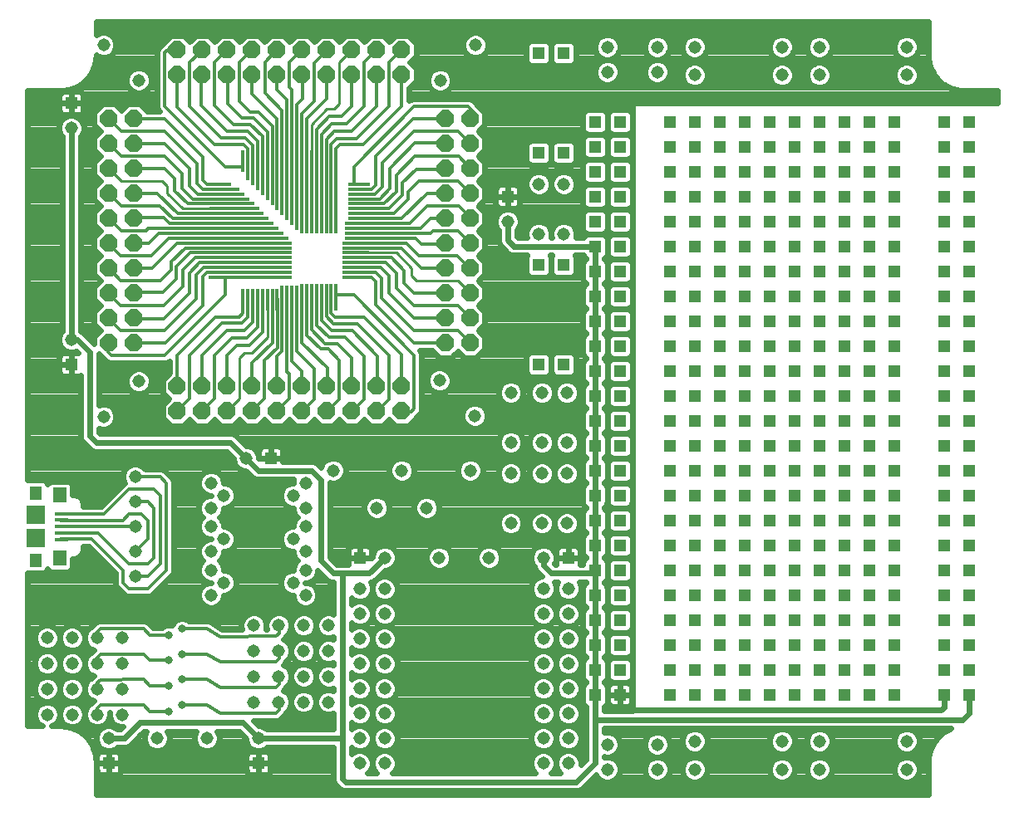
<source format=gbl>
G75*
G70*
%OFA0B0*%
%FSLAX24Y24*%
%IPPOS*%
%LPD*%
%AMOC8*
5,1,8,0,0,1.08239X$1,22.5*
%
%ADD10C,0.0515*%
%ADD11C,0.0320*%
%ADD12C,0.0120*%
%ADD13R,0.0515X0.0515*%
%ADD14R,0.0551X0.0630*%
%ADD15R,0.0512X0.0571*%
%ADD16R,0.0748X0.0748*%
%ADD17R,0.0531X0.0157*%
%ADD18OC8,0.0700*%
%ADD19R,0.1112X0.0130*%
%ADD20R,0.1024X0.0130*%
%ADD21R,0.0886X0.0130*%
%ADD22R,0.0130X0.1112*%
%ADD23R,0.0130X0.1024*%
%ADD24R,0.0130X0.0886*%
%ADD25R,0.3334X0.0130*%
%ADD26R,0.0130X0.3334*%
%ADD27R,0.3189X0.0130*%
%ADD28R,0.0130X0.3189*%
%ADD29R,0.2992X0.0130*%
%ADD30R,0.0130X0.2992*%
%ADD31R,0.2795X0.0130*%
%ADD32R,0.0130X0.2795*%
%ADD33R,0.2598X0.0130*%
%ADD34R,0.0130X0.2598*%
%ADD35R,0.2402X0.0130*%
%ADD36R,0.0130X0.2402*%
%ADD37R,0.2205X0.0130*%
%ADD38R,0.0130X0.2205*%
%ADD39R,0.2008X0.0130*%
%ADD40R,0.0130X0.2008*%
%ADD41R,0.1811X0.0130*%
%ADD42R,0.0130X0.1811*%
%ADD43R,0.1614X0.0130*%
%ADD44R,0.0130X0.1614*%
%ADD45R,0.1417X0.0130*%
%ADD46R,0.0130X0.1417*%
%ADD47R,0.0130X0.1220*%
%ADD48R,0.1220X0.0130*%
%ADD49C,0.0110*%
%ADD50C,0.0240*%
D10*
X008136Y005917D03*
X007670Y006872D03*
X008670Y006872D03*
X008670Y007896D03*
X007670Y007896D03*
X006670Y007896D03*
X005670Y007896D03*
X005670Y008920D03*
X006670Y008920D03*
X007670Y008920D03*
X008670Y008920D03*
X008670Y009943D03*
X007670Y009943D03*
X006670Y009943D03*
X005670Y009943D03*
X009203Y012417D03*
X009203Y013417D03*
X009203Y014417D03*
X009203Y015417D03*
X009203Y016417D03*
X012243Y016167D03*
X012743Y015667D03*
X012243Y015167D03*
X012243Y014417D03*
X012743Y013917D03*
X012243Y013417D03*
X012243Y012667D03*
X012743Y012167D03*
X012243Y011667D03*
X013957Y010443D03*
X014957Y010443D03*
X015957Y010443D03*
X016957Y010443D03*
X016957Y009420D03*
X015957Y009420D03*
X014957Y009420D03*
X013957Y009420D03*
X013957Y008396D03*
X014957Y008396D03*
X015957Y008396D03*
X016957Y008396D03*
X018205Y007917D03*
X018205Y008917D03*
X019205Y008917D03*
X019205Y007917D03*
X019205Y006917D03*
X018205Y006917D03*
X016957Y007372D03*
X015957Y007372D03*
X014957Y007372D03*
X013957Y007372D03*
X014136Y005917D03*
X012063Y005917D03*
X010063Y005917D03*
X006670Y006872D03*
X005670Y006872D03*
X015530Y012167D03*
X016030Y012667D03*
X016030Y013417D03*
X015530Y013917D03*
X016030Y014417D03*
X016030Y015167D03*
X015530Y015667D03*
X016030Y016167D03*
X017136Y016667D03*
X018886Y015167D03*
X020886Y015167D03*
X019886Y016667D03*
X022636Y016667D03*
X024261Y016542D03*
X025511Y016542D03*
X026511Y016542D03*
X026511Y017792D03*
X025511Y017792D03*
X024261Y017792D03*
X022813Y018865D03*
X024261Y019792D03*
X025511Y019792D03*
X026511Y019792D03*
X021399Y020279D03*
X013636Y017167D03*
X009343Y020249D03*
X007929Y018835D03*
X006636Y021917D03*
X006636Y030417D03*
X009343Y032335D03*
X007929Y033749D03*
X021429Y032335D03*
X022843Y033749D03*
X028136Y033667D03*
X028136Y032667D03*
X030136Y032667D03*
X030136Y033667D03*
X031636Y033667D03*
X031636Y032542D03*
X035136Y032542D03*
X035136Y033667D03*
X036636Y033667D03*
X036636Y032542D03*
X040136Y032542D03*
X040136Y033667D03*
X026386Y028167D03*
X025386Y028167D03*
X024136Y026667D03*
X025386Y026167D03*
X026386Y026167D03*
X026511Y014542D03*
X025511Y014542D03*
X024261Y014542D03*
X023386Y013167D03*
X021386Y013167D03*
X019205Y013167D03*
X019205Y011917D03*
X018205Y011917D03*
X018205Y010917D03*
X019205Y010917D03*
X019205Y009917D03*
X018205Y009917D03*
X016030Y011667D03*
X018205Y005917D03*
X019205Y005917D03*
X019205Y004917D03*
X018205Y004917D03*
X025567Y004917D03*
X026567Y004917D03*
X026567Y005917D03*
X025567Y005917D03*
X025567Y006917D03*
X026567Y006917D03*
X026567Y007917D03*
X025567Y007917D03*
X025567Y008917D03*
X026567Y008917D03*
X026567Y009917D03*
X025567Y009917D03*
X025567Y010917D03*
X026567Y010917D03*
X026567Y011917D03*
X025567Y011917D03*
X025567Y013167D03*
X028136Y005667D03*
X028136Y004667D03*
X030136Y004667D03*
X030136Y005667D03*
X031636Y005792D03*
X031636Y004667D03*
X035136Y004667D03*
X035136Y005792D03*
X036636Y005792D03*
X036636Y004667D03*
X040136Y004667D03*
X040136Y005792D03*
D11*
X011075Y007253D03*
X010557Y006997D03*
X010557Y008021D03*
X011075Y008277D03*
X010557Y009045D03*
X011075Y009301D03*
X010557Y010068D03*
X011075Y010324D03*
D12*
X012087Y010324D01*
X012599Y010000D01*
X014844Y010006D01*
X014969Y010131D01*
X014969Y010443D01*
X014969Y009420D02*
X014969Y009108D01*
X014844Y008983D01*
X012599Y008977D01*
X012087Y009301D01*
X011075Y009301D01*
X010557Y009045D02*
X009784Y009045D01*
X009528Y009301D01*
X007795Y009295D01*
X007670Y009170D01*
X007670Y008920D01*
X007795Y008271D02*
X009528Y008277D01*
X009784Y008021D01*
X010557Y008021D01*
X011075Y008277D02*
X012087Y008277D01*
X012599Y007953D01*
X014844Y007959D01*
X014969Y008084D01*
X014969Y008396D01*
X014969Y007372D02*
X014969Y007060D01*
X014844Y006935D01*
X012599Y006929D01*
X012087Y007253D01*
X011075Y007253D01*
X010557Y006997D02*
X009784Y006997D01*
X009528Y007253D01*
X007795Y007247D01*
X007670Y007122D01*
X007670Y006872D01*
X007670Y007896D02*
X007670Y008146D01*
X007795Y008271D01*
X007670Y009943D02*
X007670Y010193D01*
X007795Y010318D01*
X009528Y010324D01*
X009784Y010068D01*
X010557Y010068D01*
X009703Y011917D02*
X008953Y011917D01*
X008703Y012167D01*
X008703Y012667D01*
X007453Y013917D01*
X006203Y013917D01*
X006203Y014167D02*
X007703Y014167D01*
X008953Y012917D01*
X009703Y012917D01*
X009953Y013167D01*
X009953Y015167D01*
X009703Y015417D01*
X009203Y015417D01*
X008953Y015917D02*
X009953Y015917D01*
X010203Y015667D01*
X010203Y012917D01*
X009703Y012417D01*
X009203Y012417D01*
X009703Y011917D02*
X010453Y012667D01*
X010453Y016167D01*
X010203Y016417D01*
X009203Y016417D01*
X008953Y015917D02*
X007953Y014917D01*
X006203Y014917D01*
X006203Y014667D02*
X008703Y014667D01*
X008953Y014917D01*
X009453Y014917D01*
X009703Y014667D01*
X009703Y013917D01*
X009203Y013417D01*
X009203Y014417D02*
X006203Y014417D01*
X010886Y019042D02*
X011386Y019542D01*
X011386Y021292D01*
X012686Y022592D01*
X013486Y022592D01*
X013713Y022822D01*
X013713Y023562D01*
X013910Y023552D02*
X013910Y022622D01*
X013586Y022292D01*
X012886Y022292D01*
X011886Y021292D01*
X011886Y020042D01*
X012386Y019542D02*
X011886Y019042D01*
X012386Y019542D02*
X012386Y021292D01*
X013086Y021992D01*
X013686Y021992D01*
X014107Y022422D01*
X014107Y023542D01*
X014304Y023552D02*
X014304Y022212D01*
X013786Y021692D01*
X013286Y021692D01*
X012886Y021292D01*
X012886Y020027D01*
X013886Y020029D02*
X013886Y020994D01*
X014697Y021805D01*
X014697Y021989D01*
X014697Y021812D02*
X014697Y023542D01*
X014896Y023562D02*
X014896Y021602D01*
X014386Y021092D01*
X014386Y019552D01*
X013886Y019052D01*
X014886Y019042D02*
X015386Y019542D01*
X015386Y020542D01*
X015288Y020632D01*
X015288Y023542D01*
X015486Y023562D02*
X015486Y021042D01*
X015886Y020642D01*
X015886Y020072D01*
X015876Y020062D01*
X016376Y019512D02*
X015906Y019042D01*
X016376Y019512D02*
X016376Y020762D01*
X015681Y021452D01*
X015681Y023572D01*
X015878Y023562D02*
X015878Y021872D01*
X015886Y021792D01*
X016896Y020782D01*
X016896Y020112D01*
X017386Y019532D02*
X016896Y019042D01*
X017926Y019052D02*
X018386Y019512D01*
X018386Y021252D01*
X017626Y022012D01*
X016966Y022012D01*
X016469Y022502D01*
X016469Y023562D01*
X016272Y023562D02*
X016272Y022312D01*
X016826Y021762D01*
X017306Y021762D01*
X017866Y021202D01*
X017866Y020072D01*
X017876Y020062D01*
X017386Y019532D02*
X017386Y021102D01*
X016946Y021542D01*
X016636Y021542D01*
X016075Y022102D01*
X016075Y023642D01*
X016666Y023552D02*
X016666Y022682D01*
X017076Y022282D01*
X017896Y022282D01*
X018916Y021262D01*
X018916Y020122D01*
X018906Y020112D01*
X019386Y019532D02*
X018906Y019052D01*
X019386Y019532D02*
X019386Y021292D01*
X018116Y022562D01*
X017155Y022562D01*
X016863Y022850D01*
X016863Y023582D01*
X017059Y023792D02*
X017059Y022984D01*
X017224Y022831D01*
X018387Y022831D01*
X019888Y021330D01*
X019888Y020029D01*
X020386Y019142D02*
X020261Y019017D01*
X019961Y019017D01*
X020386Y019142D02*
X020386Y021292D01*
X017961Y023717D01*
X017286Y023717D01*
X018117Y024422D02*
X018686Y024422D01*
X018846Y024272D01*
X018846Y023332D01*
X020386Y021792D01*
X021628Y021792D01*
X022136Y022292D02*
X022636Y021792D01*
X022136Y022292D02*
X020386Y022292D01*
X019086Y023592D01*
X019086Y024392D01*
X018856Y024618D01*
X018116Y024618D01*
X018126Y024815D02*
X019056Y024815D01*
X019386Y024492D01*
X019386Y023792D01*
X020386Y022792D01*
X021636Y022792D01*
X022136Y023292D02*
X022636Y022792D01*
X022136Y023292D02*
X020386Y023292D01*
X019686Y023992D01*
X019686Y024592D01*
X019256Y025012D01*
X018136Y025012D01*
X018126Y025209D02*
X019466Y025209D01*
X019986Y024692D01*
X019986Y024192D01*
X020386Y023792D01*
X021651Y023792D01*
X021649Y024791D02*
X020684Y024791D01*
X019873Y025603D01*
X019689Y025603D01*
X019866Y025603D02*
X018136Y025603D01*
X018116Y025802D02*
X020076Y025802D01*
X020586Y025292D01*
X022126Y025292D01*
X022626Y024792D01*
X022636Y025792D02*
X022136Y026292D01*
X021136Y026292D01*
X021046Y026193D01*
X018136Y026193D01*
X018112Y025996D02*
X020460Y025996D01*
X020689Y025771D01*
X021649Y025771D01*
X020636Y026392D02*
X021036Y026792D01*
X021606Y026792D01*
X021616Y026782D01*
X022166Y027282D02*
X020916Y027282D01*
X020226Y026587D01*
X018106Y026587D01*
X018116Y026392D02*
X020636Y026392D01*
X019886Y026792D02*
X020896Y027802D01*
X021566Y027802D01*
X022146Y028292D02*
X022636Y027802D01*
X022146Y028292D02*
X020576Y028292D01*
X020136Y027852D01*
X020136Y027542D01*
X019576Y026981D01*
X018113Y026981D01*
X018116Y027178D02*
X019366Y027178D01*
X019916Y027732D01*
X019916Y028212D01*
X020476Y028772D01*
X021606Y028772D01*
X021616Y028782D01*
X022166Y029292D02*
X022626Y028832D01*
X022166Y029292D02*
X020426Y029292D01*
X019666Y028532D01*
X019666Y027872D01*
X019176Y027374D01*
X018116Y027374D01*
X018111Y027571D02*
X018996Y027571D01*
X019396Y027982D01*
X019396Y028802D01*
X020416Y029822D01*
X021556Y029822D01*
X021566Y029812D01*
X022146Y030292D02*
X022626Y029812D01*
X022146Y030292D02*
X020386Y030292D01*
X019116Y029022D01*
X019116Y028060D01*
X018827Y027768D01*
X018096Y027768D01*
X018116Y027965D02*
X018694Y027965D01*
X018847Y028129D01*
X018847Y029293D01*
X020347Y030794D01*
X021649Y030794D01*
X022536Y031292D02*
X022661Y031167D01*
X022661Y030867D01*
X022536Y031292D02*
X020386Y031292D01*
X017961Y028867D01*
X017961Y028192D01*
X017256Y029022D02*
X017256Y029592D01*
X017406Y029752D01*
X018346Y029752D01*
X019886Y031292D01*
X019886Y032534D01*
X019386Y033042D02*
X019886Y033542D01*
X019386Y033042D02*
X019386Y031292D01*
X018086Y029992D01*
X017286Y029992D01*
X017059Y029762D01*
X017059Y029022D01*
X016863Y029032D02*
X016863Y029962D01*
X017186Y030292D01*
X017886Y030292D01*
X018886Y031292D01*
X018886Y032542D01*
X018386Y033042D02*
X018886Y033542D01*
X018386Y033042D02*
X018386Y031292D01*
X017686Y030592D01*
X017086Y030592D01*
X016666Y030162D01*
X016666Y029042D01*
X016469Y029032D02*
X016469Y030372D01*
X016986Y030892D01*
X017486Y030892D01*
X017886Y031292D01*
X017886Y032556D01*
X016887Y032554D02*
X016887Y031590D01*
X016075Y030778D01*
X016075Y030594D01*
X016075Y030772D02*
X016075Y029042D01*
X015876Y029022D02*
X015876Y030982D01*
X016386Y031492D01*
X016386Y033032D01*
X016886Y033532D01*
X015886Y033542D02*
X015386Y033042D01*
X015386Y032042D01*
X015485Y031952D01*
X015485Y029042D01*
X015681Y029017D02*
X015681Y031365D01*
X015907Y031595D01*
X015907Y032554D01*
X014896Y032522D02*
X014886Y032512D01*
X014886Y031942D01*
X015286Y031542D01*
X015286Y029022D01*
X015091Y029012D02*
X015091Y031132D01*
X014396Y031822D01*
X014396Y033072D01*
X014866Y033542D01*
X013876Y033542D02*
X013386Y033052D01*
X013386Y031482D01*
X013826Y031042D01*
X014136Y031042D01*
X014697Y030482D01*
X014697Y029018D01*
X014500Y029022D02*
X014500Y030272D01*
X013946Y030822D01*
X013466Y030822D01*
X012906Y031382D01*
X012906Y032512D01*
X012896Y032522D01*
X013876Y032472D02*
X013876Y031802D01*
X014886Y030792D01*
X014894Y030712D01*
X014894Y029022D01*
X014304Y029022D02*
X014304Y030082D01*
X013806Y030572D01*
X013146Y030572D01*
X012386Y031332D01*
X012386Y033072D01*
X012846Y033532D01*
X011866Y033532D02*
X011386Y033052D01*
X011386Y031292D01*
X012656Y030022D01*
X013617Y030022D01*
X013910Y029733D01*
X013910Y029002D01*
X014107Y029016D02*
X014107Y029902D01*
X013696Y030302D01*
X012876Y030302D01*
X011856Y031322D01*
X011856Y032462D01*
X011866Y032472D01*
X010884Y032554D02*
X010884Y031253D01*
X012385Y029752D01*
X013549Y029752D01*
X013713Y029599D01*
X013713Y029021D01*
X013486Y028867D02*
X012811Y028867D01*
X010386Y031292D01*
X010386Y033442D01*
X010511Y033567D01*
X010811Y033567D01*
X010386Y030792D02*
X009144Y030792D01*
X008636Y030292D02*
X008136Y030792D01*
X008636Y030292D02*
X010386Y030292D01*
X011686Y028992D01*
X011686Y028192D01*
X011916Y027965D01*
X012656Y027965D01*
X012656Y028162D02*
X012086Y028162D01*
X011926Y028312D01*
X011926Y029252D01*
X010386Y030792D01*
X010386Y029792D02*
X009136Y029792D01*
X008636Y029292D02*
X008136Y029792D01*
X008636Y029292D02*
X010386Y029292D01*
X011086Y028592D01*
X011086Y027992D01*
X011516Y027571D01*
X012636Y027571D01*
X012646Y027374D02*
X011306Y027374D01*
X010786Y027892D01*
X010786Y028392D01*
X010386Y028792D01*
X009122Y028792D01*
X009124Y027792D02*
X010088Y027792D01*
X010900Y026981D01*
X011083Y026981D01*
X010906Y026981D02*
X012636Y026981D01*
X012656Y026782D02*
X010696Y026782D01*
X010186Y027292D01*
X008646Y027292D01*
X008146Y027792D01*
X008136Y026792D02*
X008636Y026292D01*
X009636Y026292D01*
X009726Y026390D01*
X012636Y026390D01*
X012661Y026587D02*
X010563Y026587D01*
X010333Y026812D01*
X009124Y026812D01*
X010136Y026192D02*
X009736Y025792D01*
X009166Y025792D01*
X009156Y025802D01*
X008606Y025302D02*
X008136Y025772D01*
X008606Y025302D02*
X009856Y025302D01*
X010546Y025996D01*
X012666Y025996D01*
X012656Y026192D02*
X010136Y026192D01*
X010886Y025792D02*
X009876Y024782D01*
X009206Y024782D01*
X008626Y024292D02*
X008136Y024782D01*
X008626Y024292D02*
X010196Y024292D01*
X010636Y024732D01*
X010636Y025042D01*
X011196Y025603D01*
X012660Y025603D01*
X012656Y025800D02*
X010966Y025800D01*
X010886Y025792D01*
X011406Y025406D02*
X010856Y024852D01*
X010856Y024372D01*
X010296Y023812D01*
X009166Y023812D01*
X009156Y023802D01*
X008606Y023292D02*
X008146Y023752D01*
X008606Y023292D02*
X010346Y023292D01*
X011106Y024052D01*
X011106Y024712D01*
X011596Y025209D01*
X012656Y025209D01*
X012656Y025406D02*
X011406Y025406D01*
X011776Y025012D02*
X011376Y024602D01*
X011376Y023782D01*
X010356Y022762D01*
X009216Y022762D01*
X009206Y022772D01*
X008626Y022292D02*
X008146Y022772D01*
X008626Y022292D02*
X010386Y022292D01*
X011656Y023562D01*
X011656Y024523D01*
X011945Y024815D01*
X012676Y024815D01*
X012657Y024618D02*
X012079Y024618D01*
X011926Y024454D01*
X011926Y023290D01*
X010425Y021790D01*
X009124Y021790D01*
X008111Y021717D02*
X008111Y021417D01*
X008236Y021292D01*
X010386Y021292D01*
X012811Y023717D01*
X012811Y024392D01*
X012662Y025012D02*
X011776Y025012D01*
X013516Y023592D02*
X013516Y022992D01*
X013366Y022832D01*
X012426Y022832D01*
X010886Y021292D01*
X010886Y020050D01*
X014866Y020029D02*
X014866Y021239D01*
X015091Y021468D01*
X015091Y023214D01*
X018116Y026784D02*
X019806Y026784D01*
X019886Y026792D01*
X022166Y027282D02*
X022636Y026812D01*
X012646Y027768D02*
X011716Y027768D01*
X011386Y028092D01*
X011386Y028792D01*
X010386Y029792D01*
D13*
X006636Y031417D03*
X006636Y020917D03*
X014636Y017167D03*
X018205Y013167D03*
X026567Y013167D03*
X027636Y013667D03*
X028636Y013667D03*
X028636Y014667D03*
X028636Y015667D03*
X027636Y015667D03*
X027636Y014667D03*
X027636Y016667D03*
X028636Y016667D03*
X028636Y017667D03*
X028636Y018667D03*
X027636Y018667D03*
X027636Y017667D03*
X027636Y019667D03*
X028636Y019667D03*
X028636Y020667D03*
X028636Y021667D03*
X027636Y021667D03*
X027636Y020667D03*
X026386Y020917D03*
X025386Y020917D03*
X027636Y022667D03*
X028636Y022667D03*
X028636Y023667D03*
X028636Y024667D03*
X027636Y024667D03*
X027636Y023667D03*
X026386Y024917D03*
X025386Y024917D03*
X027636Y025667D03*
X028636Y025667D03*
X028636Y026667D03*
X028636Y027667D03*
X027636Y027667D03*
X027636Y026667D03*
X027636Y028667D03*
X028636Y028667D03*
X028636Y029667D03*
X028636Y030667D03*
X027636Y030667D03*
X027636Y029667D03*
X026386Y029417D03*
X025386Y029417D03*
X024136Y027667D03*
X030636Y027667D03*
X031636Y027667D03*
X032636Y027667D03*
X033636Y027667D03*
X034636Y027667D03*
X035636Y027667D03*
X036636Y027667D03*
X037636Y027667D03*
X038636Y027667D03*
X039636Y027667D03*
X039636Y026667D03*
X038636Y026667D03*
X037636Y026667D03*
X036636Y026667D03*
X035636Y026667D03*
X034636Y026667D03*
X033636Y026667D03*
X032636Y026667D03*
X031636Y026667D03*
X030636Y026667D03*
X030636Y025667D03*
X031636Y025667D03*
X032636Y025667D03*
X033636Y025667D03*
X034636Y025667D03*
X035636Y025667D03*
X036636Y025667D03*
X037636Y025667D03*
X038636Y025667D03*
X039636Y025667D03*
X039636Y024667D03*
X038636Y024667D03*
X037636Y024667D03*
X036636Y024667D03*
X035636Y024667D03*
X034636Y024667D03*
X033636Y024667D03*
X032636Y024667D03*
X031636Y024667D03*
X030636Y024667D03*
X030636Y023667D03*
X031636Y023667D03*
X032636Y023667D03*
X033636Y023667D03*
X034636Y023667D03*
X035636Y023667D03*
X036636Y023667D03*
X037636Y023667D03*
X038636Y023667D03*
X039636Y023667D03*
X039636Y022667D03*
X038636Y022667D03*
X037636Y022667D03*
X036636Y022667D03*
X035636Y022667D03*
X034636Y022667D03*
X033636Y022667D03*
X032636Y022667D03*
X031636Y022667D03*
X030636Y022667D03*
X030636Y021667D03*
X031636Y021667D03*
X032636Y021667D03*
X033636Y021667D03*
X034636Y021667D03*
X035636Y021667D03*
X036636Y021667D03*
X037636Y021667D03*
X038636Y021667D03*
X039636Y021667D03*
X039636Y020667D03*
X038636Y020667D03*
X037636Y020667D03*
X036636Y020667D03*
X035636Y020667D03*
X034636Y020667D03*
X033636Y020667D03*
X032636Y020667D03*
X031636Y020667D03*
X030636Y020667D03*
X030636Y019667D03*
X031636Y019667D03*
X032636Y019667D03*
X033636Y019667D03*
X034636Y019667D03*
X035636Y019667D03*
X036636Y019667D03*
X037636Y019667D03*
X038636Y019667D03*
X039636Y019667D03*
X039636Y018667D03*
X038636Y018667D03*
X037636Y018667D03*
X036636Y018667D03*
X035636Y018667D03*
X034636Y018667D03*
X033636Y018667D03*
X032636Y018667D03*
X031636Y018667D03*
X030636Y018667D03*
X030636Y017667D03*
X031636Y017667D03*
X032636Y017667D03*
X033636Y017667D03*
X034636Y017667D03*
X035636Y017667D03*
X036636Y017667D03*
X037636Y017667D03*
X038636Y017667D03*
X039636Y017667D03*
X039636Y016667D03*
X038636Y016667D03*
X037636Y016667D03*
X036636Y016667D03*
X035636Y016667D03*
X034636Y016667D03*
X033636Y016667D03*
X032636Y016667D03*
X031636Y016667D03*
X030636Y016667D03*
X030636Y015667D03*
X031636Y015667D03*
X032636Y015667D03*
X033636Y015667D03*
X034636Y015667D03*
X035636Y015667D03*
X036636Y015667D03*
X037636Y015667D03*
X038636Y015667D03*
X039636Y015667D03*
X039636Y014667D03*
X038636Y014667D03*
X037636Y014667D03*
X036636Y014667D03*
X035636Y014667D03*
X034636Y014667D03*
X033636Y014667D03*
X032636Y014667D03*
X031636Y014667D03*
X030636Y014667D03*
X030636Y013667D03*
X031636Y013667D03*
X032636Y013667D03*
X033636Y013667D03*
X034636Y013667D03*
X035636Y013667D03*
X036636Y013667D03*
X037636Y013667D03*
X038636Y013667D03*
X039636Y013667D03*
X039636Y012667D03*
X038636Y012667D03*
X037636Y012667D03*
X036636Y012667D03*
X035636Y012667D03*
X034636Y012667D03*
X033636Y012667D03*
X032636Y012667D03*
X031636Y012667D03*
X030636Y012667D03*
X030636Y011667D03*
X031636Y011667D03*
X032636Y011667D03*
X033636Y011667D03*
X034636Y011667D03*
X035636Y011667D03*
X036636Y011667D03*
X037636Y011667D03*
X038636Y011667D03*
X039636Y011667D03*
X039636Y010667D03*
X038636Y010667D03*
X037636Y010667D03*
X036636Y010667D03*
X035636Y010667D03*
X034636Y010667D03*
X033636Y010667D03*
X032636Y010667D03*
X031636Y010667D03*
X030636Y010667D03*
X030636Y009667D03*
X031636Y009667D03*
X032636Y009667D03*
X033636Y009667D03*
X034636Y009667D03*
X035636Y009667D03*
X036636Y009667D03*
X037636Y009667D03*
X038636Y009667D03*
X039636Y009667D03*
X039636Y008667D03*
X038636Y008667D03*
X037636Y008667D03*
X036636Y008667D03*
X035636Y008667D03*
X034636Y008667D03*
X033636Y008667D03*
X032636Y008667D03*
X031636Y008667D03*
X030636Y008667D03*
X030636Y007667D03*
X031636Y007667D03*
X032636Y007667D03*
X033636Y007667D03*
X034636Y007667D03*
X035636Y007667D03*
X036636Y007667D03*
X037636Y007667D03*
X038636Y007667D03*
X039636Y007667D03*
X041636Y007667D03*
X042636Y007667D03*
X042636Y008667D03*
X042636Y009667D03*
X041636Y009667D03*
X041636Y008667D03*
X041636Y010667D03*
X042636Y010667D03*
X042636Y011667D03*
X042636Y012667D03*
X041636Y012667D03*
X041636Y011667D03*
X041636Y013667D03*
X042636Y013667D03*
X042636Y014667D03*
X042636Y015667D03*
X041636Y015667D03*
X041636Y014667D03*
X041636Y016667D03*
X042636Y016667D03*
X042636Y017667D03*
X042636Y018667D03*
X041636Y018667D03*
X041636Y017667D03*
X041636Y019667D03*
X042636Y019667D03*
X042636Y020667D03*
X042636Y021667D03*
X041636Y021667D03*
X041636Y020667D03*
X041636Y022667D03*
X042636Y022667D03*
X042636Y023667D03*
X042636Y024667D03*
X041636Y024667D03*
X041636Y023667D03*
X041636Y025667D03*
X042636Y025667D03*
X042636Y026667D03*
X042636Y027667D03*
X041636Y027667D03*
X041636Y026667D03*
X041636Y028667D03*
X042636Y028667D03*
X042636Y029667D03*
X042636Y030667D03*
X041636Y030667D03*
X041636Y029667D03*
X039636Y029667D03*
X039636Y030667D03*
X038636Y030667D03*
X037636Y030667D03*
X036636Y030667D03*
X035636Y030667D03*
X034636Y030667D03*
X033636Y030667D03*
X032636Y030667D03*
X031636Y030667D03*
X030636Y030667D03*
X030636Y029667D03*
X031636Y029667D03*
X032636Y029667D03*
X033636Y029667D03*
X034636Y029667D03*
X035636Y029667D03*
X036636Y029667D03*
X037636Y029667D03*
X038636Y029667D03*
X038636Y028667D03*
X037636Y028667D03*
X036636Y028667D03*
X035636Y028667D03*
X034636Y028667D03*
X033636Y028667D03*
X032636Y028667D03*
X031636Y028667D03*
X030636Y028667D03*
X026386Y033417D03*
X025386Y033417D03*
X039636Y028667D03*
X028636Y012667D03*
X027636Y012667D03*
X027636Y011667D03*
X028636Y011667D03*
X028636Y010667D03*
X027636Y010667D03*
X027636Y009667D03*
X028636Y009667D03*
X028636Y008667D03*
X027636Y008667D03*
X027636Y007667D03*
X028636Y007667D03*
X014136Y004917D03*
X008136Y004917D03*
D14*
X006172Y013157D03*
X006172Y015677D03*
D15*
X005207Y015765D03*
X005207Y013068D03*
D16*
X005207Y013944D03*
X005207Y014889D03*
D17*
X006260Y014929D03*
X006260Y014673D03*
X006260Y014417D03*
X006260Y014161D03*
X006260Y013905D03*
D18*
X010886Y019042D03*
X011886Y019042D03*
X012886Y019042D03*
X013886Y019042D03*
X014886Y019042D03*
X015886Y019042D03*
X016886Y019042D03*
X017886Y019042D03*
X018886Y019042D03*
X019886Y019042D03*
X019886Y020042D03*
X018886Y020042D03*
X017886Y020042D03*
X016886Y020042D03*
X015886Y020042D03*
X014886Y020042D03*
X013886Y020042D03*
X012886Y020042D03*
X011886Y020042D03*
X010886Y020042D03*
X009136Y021792D03*
X008136Y021792D03*
X008136Y022792D03*
X009136Y022792D03*
X009136Y023792D03*
X008136Y023792D03*
X008136Y024792D03*
X009136Y024792D03*
X009136Y025792D03*
X008136Y025792D03*
X008136Y026792D03*
X009136Y026792D03*
X009136Y027792D03*
X008136Y027792D03*
X008136Y028792D03*
X009136Y028792D03*
X009136Y029792D03*
X008136Y029792D03*
X008136Y030792D03*
X009136Y030792D03*
X010886Y032542D03*
X011886Y032542D03*
X012886Y032542D03*
X013886Y032542D03*
X014886Y032542D03*
X015886Y032542D03*
X016886Y032542D03*
X017886Y032542D03*
X018886Y032542D03*
X019886Y032542D03*
X019886Y033542D03*
X018886Y033542D03*
X017886Y033542D03*
X016886Y033542D03*
X015886Y033542D03*
X014886Y033542D03*
X013886Y033542D03*
X012886Y033542D03*
X011886Y033542D03*
X010886Y033542D03*
X021636Y030792D03*
X022636Y030792D03*
X022636Y029792D03*
X021636Y029792D03*
X021636Y028792D03*
X022636Y028792D03*
X022636Y027792D03*
X021636Y027792D03*
X021636Y026792D03*
X022636Y026792D03*
X022636Y025792D03*
X021636Y025792D03*
X021636Y024792D03*
X022636Y024792D03*
X022636Y023792D03*
X021636Y023792D03*
X021636Y022792D03*
X022636Y022792D03*
X022636Y021792D03*
X021636Y021792D03*
D19*
X018059Y024422D03*
X018059Y024618D03*
X018059Y024815D03*
X018059Y025012D03*
X018059Y025209D03*
X018059Y025406D03*
X018059Y025603D03*
X018059Y025800D03*
D20*
X018103Y025996D03*
X018103Y026193D03*
X018103Y026390D03*
X018103Y026587D03*
D21*
X018172Y026784D03*
X018172Y026981D03*
X018172Y027178D03*
X018172Y027374D03*
X018172Y027571D03*
X018172Y027768D03*
X018172Y027965D03*
X018172Y028162D03*
X012601Y028162D03*
D22*
X015878Y023619D03*
X016075Y023619D03*
X016272Y023619D03*
X016469Y023619D03*
X016666Y023619D03*
X016863Y023619D03*
X017059Y023619D03*
X017256Y023619D03*
D23*
X015681Y023575D03*
X015485Y023575D03*
X015288Y023575D03*
X015091Y023575D03*
D24*
X014894Y023506D03*
X014697Y023506D03*
X014500Y023506D03*
X014304Y023506D03*
X014107Y023506D03*
X013910Y023506D03*
X013713Y023506D03*
X013516Y023506D03*
X013516Y029077D03*
D25*
X013825Y025800D03*
X013825Y025603D03*
X013825Y025406D03*
X013825Y025209D03*
X013825Y025012D03*
X013825Y024815D03*
X013825Y024618D03*
X013825Y024422D03*
D26*
X015878Y027853D03*
X016075Y027853D03*
X016272Y027853D03*
X016469Y027853D03*
X016666Y027853D03*
X016863Y027853D03*
X017059Y027853D03*
X017256Y027853D03*
D27*
X013752Y025996D03*
D28*
X015681Y027926D03*
D29*
X013654Y026193D03*
D30*
X015485Y028024D03*
D31*
X013556Y026390D03*
D32*
X015288Y028122D03*
D33*
X013457Y026587D03*
D34*
X015091Y028221D03*
D35*
X013359Y026784D03*
D36*
X014894Y028319D03*
D37*
X013260Y026981D03*
D38*
X014697Y028418D03*
D39*
X013162Y027178D03*
D40*
X014500Y028516D03*
D41*
X013063Y027374D03*
D42*
X014304Y028615D03*
D43*
X012965Y027571D03*
D44*
X014107Y028713D03*
D45*
X012867Y027768D03*
D46*
X013910Y028811D03*
D47*
X013713Y028910D03*
D48*
X012768Y027965D03*
D49*
X012636Y027178D02*
X011106Y027178D01*
X010486Y027792D01*
X010486Y028092D01*
X010286Y028292D01*
X008636Y028292D01*
X008136Y028792D01*
X013721Y028762D02*
X013721Y029412D01*
X016272Y029042D02*
X016272Y030572D01*
X016886Y031192D01*
X017186Y031192D01*
X017386Y031392D01*
X017386Y033042D01*
X017886Y033542D01*
X017896Y027957D02*
X018546Y027957D01*
X018136Y025406D02*
X019666Y025406D01*
X020286Y024792D01*
X020286Y024492D01*
X020486Y024292D01*
X022136Y024292D01*
X022636Y023792D01*
X014500Y023542D02*
X014500Y022012D01*
X013886Y021392D01*
X013586Y021392D01*
X013386Y021192D01*
X013386Y019542D01*
X012886Y019042D01*
X012886Y024617D02*
X012236Y024617D01*
D50*
X007632Y004953D02*
X007632Y003657D01*
X041010Y003657D01*
X041010Y004953D01*
X041008Y004961D01*
X041010Y005000D01*
X041010Y005039D01*
X041014Y005047D01*
X041021Y005147D01*
X041018Y005164D01*
X041024Y005194D01*
X041026Y005224D01*
X041034Y005240D01*
X041057Y005346D01*
X041057Y005363D01*
X041067Y005392D01*
X041074Y005422D01*
X041084Y005436D01*
X041122Y005538D01*
X041124Y005555D01*
X041138Y005582D01*
X041149Y005611D01*
X041161Y005624D01*
X041213Y005719D01*
X041217Y005736D01*
X041235Y005760D01*
X041250Y005787D01*
X041264Y005798D01*
X041329Y005885D01*
X041335Y005901D01*
X041357Y005923D01*
X041375Y005947D01*
X041391Y005956D01*
X041467Y006032D01*
X041476Y006048D01*
X041500Y006066D01*
X041522Y006088D01*
X041538Y006094D01*
X041625Y006159D01*
X041636Y006173D01*
X041663Y006187D01*
X041687Y006206D01*
X041704Y006210D01*
X041799Y006262D01*
X041812Y006274D01*
X041841Y006285D01*
X041868Y006299D01*
X041885Y006301D01*
X041900Y006307D01*
X027996Y006307D01*
X027996Y006147D01*
X028037Y006164D01*
X028235Y006164D01*
X028418Y006088D01*
X028558Y005948D01*
X028634Y005766D01*
X028634Y005568D01*
X028558Y005385D01*
X028418Y005245D01*
X028235Y005169D01*
X028037Y005169D01*
X027996Y005186D01*
X027996Y005147D01*
X028037Y005164D01*
X028235Y005164D01*
X028418Y005088D01*
X028558Y004948D01*
X028634Y004766D01*
X028634Y004568D01*
X028558Y004385D01*
X028418Y004245D01*
X028235Y004169D01*
X028037Y004169D01*
X027854Y004245D01*
X027714Y004385D01*
X027685Y004456D01*
X027191Y003963D01*
X027090Y003861D01*
X026958Y003807D01*
X017708Y003807D01*
X017565Y003807D01*
X017432Y003861D01*
X017307Y003986D01*
X017206Y004088D01*
X017151Y004220D01*
X017151Y005557D01*
X014480Y005557D01*
X014418Y005495D01*
X014235Y005419D01*
X014037Y005419D01*
X013854Y005495D01*
X013714Y005635D01*
X013639Y005818D01*
X013639Y005905D01*
X013362Y006182D01*
X012492Y006182D01*
X012561Y006016D01*
X012561Y005818D01*
X012485Y005635D01*
X012345Y005495D01*
X012162Y005419D01*
X011964Y005419D01*
X011782Y005495D01*
X011642Y005635D01*
X011566Y005818D01*
X011566Y006016D01*
X011635Y006182D01*
X010492Y006182D01*
X010561Y006016D01*
X010561Y005818D01*
X010485Y005635D01*
X010345Y005495D01*
X010162Y005419D01*
X009964Y005419D01*
X009782Y005495D01*
X009642Y005635D01*
X009566Y005818D01*
X009566Y006016D01*
X009635Y006182D01*
X009535Y006182D01*
X008965Y005611D01*
X008833Y005557D01*
X008690Y005557D01*
X008480Y005557D01*
X008418Y005495D01*
X008235Y005419D01*
X008037Y005419D01*
X007854Y005495D01*
X007714Y005635D01*
X007639Y005818D01*
X007639Y006016D01*
X007714Y006198D01*
X007854Y006338D01*
X008037Y006414D01*
X008235Y006414D01*
X008418Y006338D01*
X008480Y006277D01*
X008612Y006277D01*
X008710Y006375D01*
X008571Y006375D01*
X008388Y006451D01*
X008248Y006591D01*
X008172Y006773D01*
X008172Y006949D01*
X008167Y006949D01*
X008167Y006773D01*
X008091Y006591D01*
X007951Y006451D01*
X007769Y006375D01*
X007571Y006375D01*
X007388Y006451D01*
X007248Y006591D01*
X007172Y006773D01*
X007172Y006971D01*
X007248Y007154D01*
X007388Y007294D01*
X007438Y007315D01*
X007500Y007377D01*
X007500Y007377D01*
X007536Y007413D01*
X007388Y007474D01*
X007248Y007614D01*
X007172Y007797D01*
X007172Y007995D01*
X007248Y008178D01*
X007388Y008318D01*
X007438Y008338D01*
X007500Y008400D01*
X007500Y008400D01*
X007536Y008437D01*
X007388Y008498D01*
X007248Y008638D01*
X007172Y008821D01*
X007172Y009019D01*
X007248Y009201D01*
X007388Y009341D01*
X007438Y009362D01*
X007500Y009424D01*
X007500Y009424D01*
X007536Y009460D01*
X007388Y009522D01*
X007248Y009661D01*
X007172Y009844D01*
X007172Y010042D01*
X007248Y010225D01*
X007388Y010365D01*
X007438Y010386D01*
X007582Y010530D01*
X007624Y010572D01*
X007624Y010572D01*
X007625Y010573D01*
X007681Y010596D01*
X007734Y010618D01*
X007735Y010618D01*
X007735Y010618D01*
X007792Y010618D01*
X009468Y010624D01*
X009468Y010624D01*
X009529Y010624D01*
X009587Y010624D01*
X009587Y010624D01*
X009588Y010624D01*
X009641Y010602D01*
X009697Y010579D01*
X009697Y010579D01*
X009698Y010578D01*
X009739Y010537D01*
X009782Y010495D01*
X009782Y010494D01*
X009908Y010368D01*
X010292Y010368D01*
X010331Y010407D01*
X010478Y010468D01*
X010637Y010468D01*
X010692Y010445D01*
X010736Y010551D01*
X010849Y010663D01*
X010996Y010724D01*
X011155Y010724D01*
X011302Y010663D01*
X011341Y010624D01*
X012054Y010624D01*
X012079Y010630D01*
X012113Y010624D01*
X012147Y010624D01*
X012171Y010614D01*
X012197Y010610D01*
X012226Y010591D01*
X012257Y010578D01*
X012276Y010560D01*
X012685Y010301D01*
X013477Y010303D01*
X013460Y010344D01*
X013460Y010542D01*
X013535Y010725D01*
X013675Y010865D01*
X013858Y010941D01*
X014056Y010941D01*
X014239Y010865D01*
X014379Y010725D01*
X014455Y010542D01*
X014455Y010344D01*
X014438Y010305D01*
X014476Y010305D01*
X014460Y010344D01*
X014460Y010542D01*
X014535Y010725D01*
X014675Y010865D01*
X014858Y010941D01*
X015056Y010941D01*
X015239Y010865D01*
X015379Y010725D01*
X015455Y010542D01*
X015455Y010344D01*
X015379Y010161D01*
X015255Y010037D01*
X015223Y009961D01*
X015143Y009881D01*
X015239Y009841D01*
X015379Y009701D01*
X015455Y009519D01*
X015455Y009321D01*
X015379Y009138D01*
X015255Y009014D01*
X015223Y008938D01*
X015143Y008857D01*
X015239Y008818D01*
X015379Y008678D01*
X015455Y008495D01*
X015455Y008297D01*
X015379Y008114D01*
X015255Y007990D01*
X015223Y007914D01*
X015143Y007834D01*
X015239Y007794D01*
X015379Y007654D01*
X015455Y007471D01*
X015455Y007273D01*
X015379Y007091D01*
X015255Y006967D01*
X015223Y006890D01*
X015139Y006806D01*
X015056Y006724D01*
X015014Y006681D01*
X015014Y006681D01*
X014961Y006659D01*
X014904Y006636D01*
X014904Y006636D01*
X014904Y006635D01*
X014844Y006635D01*
X013929Y006633D01*
X014148Y006414D01*
X014235Y006414D01*
X014418Y006338D01*
X014480Y006277D01*
X017151Y006277D01*
X017151Y006914D01*
X017056Y006875D01*
X016858Y006875D01*
X016675Y006951D01*
X016535Y007091D01*
X016460Y007273D01*
X016460Y007471D01*
X016535Y007654D01*
X016675Y007794D01*
X016858Y007870D01*
X017056Y007870D01*
X017151Y007830D01*
X017151Y007938D01*
X017056Y007899D01*
X016858Y007899D01*
X016675Y007974D01*
X016535Y008114D01*
X016460Y008297D01*
X016460Y008495D01*
X016535Y008678D01*
X016675Y008818D01*
X016858Y008893D01*
X017056Y008893D01*
X017151Y008854D01*
X017151Y008962D01*
X017056Y008922D01*
X016858Y008922D01*
X016675Y008998D01*
X016535Y009138D01*
X016460Y009321D01*
X016460Y009519D01*
X016535Y009701D01*
X016675Y009841D01*
X016858Y009917D01*
X017056Y009917D01*
X017151Y009878D01*
X017151Y009985D01*
X017056Y009946D01*
X016858Y009946D01*
X016675Y010022D01*
X016535Y010161D01*
X016460Y010344D01*
X016460Y010542D01*
X016535Y010725D01*
X016675Y010865D01*
X016858Y010941D01*
X017056Y010941D01*
X017151Y010901D01*
X017151Y012182D01*
X017065Y012182D01*
X016932Y012236D01*
X016831Y012338D01*
X016831Y012338D01*
X016527Y012641D01*
X016527Y012568D01*
X016452Y012385D01*
X016312Y012245D01*
X016129Y012169D01*
X016027Y012169D01*
X016027Y012164D01*
X016129Y012164D01*
X016312Y012088D01*
X016452Y011948D01*
X016527Y011766D01*
X017151Y011766D01*
X017151Y012004D02*
X016396Y012004D01*
X016306Y012243D02*
X016926Y012243D01*
X016687Y012481D02*
X016492Y012481D01*
X016636Y013042D02*
X017136Y012542D01*
X017511Y012542D01*
X017511Y005917D01*
X017511Y004292D01*
X017636Y004167D01*
X026886Y004167D01*
X027636Y004917D01*
X027636Y007667D01*
X027636Y012542D01*
X027636Y025667D01*
X024386Y025667D01*
X024136Y025917D01*
X024136Y026667D01*
X023799Y027032D02*
X023226Y027032D01*
X023226Y027036D02*
X022971Y027292D01*
X023226Y027547D01*
X023226Y028036D01*
X022971Y028292D01*
X023226Y028547D01*
X023226Y029036D01*
X022971Y029292D01*
X023226Y029547D01*
X023226Y030036D01*
X022971Y030292D01*
X023226Y030547D01*
X023226Y031036D01*
X022881Y031382D01*
X022870Y031382D01*
X022831Y031421D01*
X022706Y031546D01*
X022596Y031592D01*
X022476Y031592D01*
X020326Y031592D01*
X020216Y031546D01*
X020186Y031516D01*
X020186Y032007D01*
X020476Y032297D01*
X020476Y032786D01*
X020221Y033042D01*
X020476Y033297D01*
X020476Y033786D01*
X020131Y034132D01*
X019642Y034132D01*
X019386Y033876D01*
X019131Y034132D01*
X018642Y034132D01*
X018386Y033876D01*
X018131Y034132D01*
X017642Y034132D01*
X017386Y033876D01*
X017131Y034132D01*
X016642Y034132D01*
X016386Y033876D01*
X016131Y034132D01*
X015642Y034132D01*
X015386Y033876D01*
X015131Y034132D01*
X014642Y034132D01*
X014386Y033876D01*
X014131Y034132D01*
X013642Y034132D01*
X013386Y033876D01*
X013131Y034132D01*
X012642Y034132D01*
X012386Y033876D01*
X012131Y034132D01*
X011642Y034132D01*
X011386Y033876D01*
X011131Y034132D01*
X010642Y034132D01*
X010296Y033786D01*
X010296Y033776D01*
X010257Y033737D01*
X010132Y033612D01*
X010086Y033501D01*
X010086Y033382D01*
X010086Y031232D01*
X010132Y031122D01*
X010162Y031092D01*
X009671Y031092D01*
X009381Y031382D01*
X008892Y031382D01*
X008636Y031126D01*
X008381Y031382D01*
X007892Y031382D01*
X007546Y031036D01*
X007546Y030547D01*
X007802Y030292D01*
X007546Y030036D01*
X007546Y029547D01*
X007802Y029292D01*
X007546Y029036D01*
X007546Y028547D01*
X007802Y028292D01*
X007546Y028036D01*
X007546Y027547D01*
X007802Y027292D01*
X007546Y027036D01*
X007546Y026547D01*
X007802Y026292D01*
X007546Y026036D01*
X007546Y025547D01*
X007802Y025292D01*
X007546Y025036D01*
X007546Y024547D01*
X007802Y024292D01*
X007546Y024036D01*
X007546Y023547D01*
X007802Y023292D01*
X007546Y023036D01*
X007546Y022547D01*
X007802Y022292D01*
X007546Y022036D01*
X007546Y021766D01*
X007191Y022121D01*
X007090Y022222D01*
X006996Y022261D01*
X006996Y030073D01*
X007058Y030135D01*
X007134Y030318D01*
X007134Y030516D01*
X007058Y030698D01*
X006918Y030838D01*
X006735Y030914D01*
X006537Y030914D01*
X006354Y030838D01*
X006214Y030698D01*
X006139Y030516D01*
X006139Y030318D01*
X006214Y030135D01*
X006276Y030073D01*
X006276Y022260D01*
X006214Y022198D01*
X006139Y022016D01*
X006139Y021818D01*
X006214Y021635D01*
X006354Y021495D01*
X006537Y021419D01*
X006735Y021419D01*
X006834Y021460D01*
X006900Y021394D01*
X006636Y021394D01*
X006350Y021394D01*
X006294Y021379D01*
X006244Y021350D01*
X006203Y021309D01*
X006174Y021259D01*
X006159Y021203D01*
X006159Y020917D01*
X006636Y020917D01*
X006636Y021394D01*
X006636Y020917D01*
X006636Y020917D01*
X006636Y020916D01*
X006636Y020916D01*
X006636Y020439D01*
X006350Y020439D01*
X006294Y020454D01*
X006244Y020483D01*
X006203Y020524D01*
X006174Y020574D01*
X006159Y020630D01*
X006159Y020916D01*
X006636Y020916D01*
X006636Y020439D01*
X006923Y020439D01*
X006979Y020454D01*
X007026Y020482D01*
X007026Y018113D01*
X007026Y017970D01*
X007081Y017838D01*
X007331Y017588D01*
X007432Y017486D01*
X007565Y017432D01*
X012862Y017432D01*
X013139Y017155D01*
X013139Y017068D01*
X013214Y016885D01*
X013354Y016745D01*
X013537Y016669D01*
X013625Y016669D01*
X013932Y016361D01*
X014065Y016307D01*
X014208Y016307D01*
X015549Y016307D01*
X015532Y016266D01*
X015532Y016164D01*
X015431Y016164D01*
X015248Y016088D01*
X015108Y015948D01*
X015032Y015766D01*
X015032Y015568D01*
X015108Y015385D01*
X015248Y015245D01*
X015431Y015169D01*
X015532Y015169D01*
X015532Y015068D01*
X015608Y014885D01*
X015701Y014792D01*
X015608Y014698D01*
X015532Y014516D01*
X015532Y014414D01*
X015431Y014414D01*
X015248Y014338D01*
X015108Y014198D01*
X015032Y014016D01*
X015032Y013818D01*
X015108Y013635D01*
X015248Y013495D01*
X015431Y013419D01*
X015532Y013419D01*
X015532Y013318D01*
X015608Y013135D01*
X015701Y013042D01*
X015608Y012948D01*
X015532Y012766D01*
X015532Y012664D01*
X015431Y012664D01*
X015248Y012588D01*
X015108Y012448D01*
X015032Y012266D01*
X015032Y012068D01*
X015108Y011885D01*
X015248Y011745D01*
X015431Y011669D01*
X015532Y011669D01*
X015532Y011568D01*
X015608Y011385D01*
X015748Y011245D01*
X015931Y011169D01*
X016129Y011169D01*
X016312Y011245D01*
X016452Y011385D01*
X016527Y011568D01*
X016527Y011766D01*
X016511Y011527D02*
X017151Y011527D01*
X017151Y011289D02*
X016355Y011289D01*
X016239Y010865D02*
X016056Y010941D01*
X015858Y010941D01*
X015675Y010865D01*
X015535Y010725D01*
X015460Y010542D01*
X015460Y010344D01*
X015535Y010161D01*
X015675Y010022D01*
X015858Y009946D01*
X016056Y009946D01*
X016239Y010022D01*
X016379Y010161D01*
X016455Y010344D01*
X016455Y010542D01*
X016379Y010725D01*
X016239Y010865D01*
X016292Y010812D02*
X016622Y010812D01*
X016472Y010573D02*
X016442Y010573D01*
X016450Y010334D02*
X016464Y010334D01*
X016601Y010096D02*
X016313Y010096D01*
X016200Y009857D02*
X016714Y009857D01*
X016501Y009619D02*
X016413Y009619D01*
X016379Y009701D02*
X016239Y009841D01*
X016056Y009917D01*
X015858Y009917D01*
X015675Y009841D01*
X015535Y009701D01*
X015460Y009519D01*
X015460Y009321D01*
X015535Y009138D01*
X015675Y008998D01*
X015858Y008922D01*
X016056Y008922D01*
X016239Y008998D01*
X016379Y009138D01*
X016455Y009321D01*
X016455Y009519D01*
X016379Y009701D01*
X016455Y009380D02*
X016460Y009380D01*
X016534Y009142D02*
X016380Y009142D01*
X016239Y008818D02*
X016056Y008893D01*
X015858Y008893D01*
X015675Y008818D01*
X015535Y008678D01*
X015460Y008495D01*
X015460Y008297D01*
X015535Y008114D01*
X015675Y007974D01*
X015858Y007899D01*
X016056Y007899D01*
X016239Y007974D01*
X016379Y008114D01*
X016455Y008297D01*
X016455Y008495D01*
X016379Y008678D01*
X016239Y008818D01*
X016384Y008665D02*
X016530Y008665D01*
X016460Y008426D02*
X016455Y008426D01*
X016409Y008188D02*
X016505Y008188D01*
X016736Y007949D02*
X016178Y007949D01*
X016056Y007870D02*
X015858Y007870D01*
X015675Y007794D01*
X015535Y007654D01*
X015460Y007471D01*
X015460Y007273D01*
X015535Y007091D01*
X015675Y006951D01*
X015858Y006875D01*
X016056Y006875D01*
X016239Y006951D01*
X016379Y007091D01*
X016455Y007273D01*
X016455Y007471D01*
X016379Y007654D01*
X016239Y007794D01*
X016056Y007870D01*
X016322Y007710D02*
X016592Y007710D01*
X016460Y007472D02*
X016454Y007472D01*
X016438Y007233D02*
X016476Y007233D01*
X016631Y006995D02*
X016283Y006995D01*
X017151Y006756D02*
X015089Y006756D01*
X015014Y006681D02*
X015014Y006681D01*
X015283Y006995D02*
X015631Y006995D01*
X015476Y007233D02*
X015438Y007233D01*
X015454Y007472D02*
X015460Y007472D01*
X015592Y007710D02*
X015322Y007710D01*
X015238Y007949D02*
X015736Y007949D01*
X015505Y008188D02*
X015409Y008188D01*
X015455Y008426D02*
X015460Y008426D01*
X015530Y008665D02*
X015384Y008665D01*
X015189Y008903D02*
X017151Y008903D01*
X017871Y008547D02*
X017923Y008495D01*
X018106Y008419D01*
X018304Y008419D01*
X018487Y008495D01*
X018627Y008635D01*
X018703Y008818D01*
X018703Y009016D01*
X018627Y009198D01*
X018487Y009338D01*
X018304Y009414D01*
X018106Y009414D01*
X017923Y009338D01*
X017871Y009286D01*
X017871Y009547D01*
X017923Y009495D01*
X018106Y009419D01*
X018304Y009419D01*
X018487Y009495D01*
X018627Y009635D01*
X018703Y009818D01*
X018703Y010016D01*
X018627Y010198D01*
X018487Y010338D01*
X018304Y010414D01*
X018106Y010414D01*
X017923Y010338D01*
X017871Y010286D01*
X017871Y010547D01*
X017923Y010495D01*
X018106Y010419D01*
X018304Y010419D01*
X018487Y010495D01*
X018627Y010635D01*
X018703Y010818D01*
X018703Y011016D01*
X018627Y011198D01*
X018487Y011338D01*
X018304Y011414D01*
X018106Y011414D01*
X017923Y011338D01*
X017871Y011286D01*
X017871Y011547D01*
X017923Y011495D01*
X018106Y011419D01*
X018304Y011419D01*
X018487Y011495D01*
X018627Y011635D01*
X018703Y011818D01*
X018703Y012016D01*
X018634Y012182D01*
X018652Y012182D01*
X018784Y012236D01*
X018885Y012338D01*
X019217Y012669D01*
X019304Y012669D01*
X019487Y012745D01*
X019627Y012885D01*
X019703Y013068D01*
X019703Y013266D01*
X019627Y013448D01*
X019487Y013588D01*
X019304Y013664D01*
X019106Y013664D01*
X018923Y013588D01*
X018783Y013448D01*
X018708Y013266D01*
X018708Y013178D01*
X018683Y013153D01*
X018683Y013166D01*
X018206Y013166D01*
X018206Y013167D01*
X018683Y013167D01*
X018683Y013453D01*
X018668Y013509D01*
X018639Y013559D01*
X018598Y013600D01*
X018548Y013629D01*
X018492Y013644D01*
X018205Y013644D01*
X017919Y013644D01*
X017863Y013629D01*
X017813Y013600D01*
X017772Y013559D01*
X017743Y013509D01*
X017728Y013453D01*
X017728Y013167D01*
X018205Y013167D01*
X018205Y013644D01*
X018205Y013167D01*
X018205Y013167D01*
X018205Y013166D01*
X017728Y013166D01*
X017728Y012902D01*
X017440Y012902D01*
X017285Y012902D01*
X016996Y013191D01*
X016996Y016186D01*
X017037Y016169D01*
X017235Y016169D01*
X017418Y016245D01*
X017558Y016385D01*
X017634Y016568D01*
X017634Y016766D01*
X017558Y016948D01*
X017418Y017088D01*
X017235Y017164D01*
X017037Y017164D01*
X016854Y017088D01*
X016714Y016948D01*
X016648Y016789D01*
X016566Y016871D01*
X016465Y016972D01*
X016333Y017027D01*
X015114Y017027D01*
X015114Y017166D01*
X014637Y017166D01*
X014637Y017167D01*
X015114Y017167D01*
X015114Y017453D01*
X015099Y017509D01*
X015070Y017559D01*
X015029Y017600D01*
X014979Y017629D01*
X014923Y017644D01*
X014636Y017644D01*
X014350Y017644D01*
X014294Y017629D01*
X014244Y017600D01*
X014203Y017559D01*
X014174Y017509D01*
X014159Y017453D01*
X014159Y017167D01*
X014636Y017167D01*
X014636Y017644D01*
X014636Y017167D01*
X014636Y017167D01*
X014636Y017166D01*
X014159Y017166D01*
X014159Y017153D01*
X014134Y017178D01*
X014134Y017266D01*
X014058Y017448D01*
X013918Y017588D01*
X013735Y017664D01*
X013648Y017664D01*
X013215Y018097D01*
X013083Y018152D01*
X012940Y018152D01*
X007785Y018152D01*
X007746Y018191D01*
X007746Y018372D01*
X007830Y018337D01*
X008028Y018337D01*
X008211Y018413D01*
X008351Y018553D01*
X008427Y018736D01*
X008427Y018934D01*
X008351Y019116D01*
X008211Y019256D01*
X008028Y019332D01*
X007830Y019332D01*
X007746Y019297D01*
X007746Y021347D01*
X007892Y021202D01*
X007902Y021202D01*
X007941Y021162D01*
X007941Y021162D01*
X007982Y021122D01*
X007982Y021122D01*
X008066Y021037D01*
X008176Y020992D01*
X010446Y020992D01*
X010556Y021037D01*
X010586Y021067D01*
X010586Y020576D01*
X010296Y020286D01*
X010296Y019797D01*
X010552Y019542D01*
X010296Y019286D01*
X010296Y018797D01*
X010642Y018452D01*
X011131Y018452D01*
X011386Y018707D01*
X011642Y018452D01*
X012131Y018452D01*
X012386Y018707D01*
X012642Y018452D01*
X013131Y018452D01*
X013386Y018707D01*
X013642Y018452D01*
X014131Y018452D01*
X014386Y018707D01*
X014642Y018452D01*
X015131Y018452D01*
X015386Y018707D01*
X015642Y018452D01*
X016131Y018452D01*
X016386Y018707D01*
X016642Y018452D01*
X017131Y018452D01*
X017386Y018707D01*
X017642Y018452D01*
X018131Y018452D01*
X018386Y018707D01*
X018642Y018452D01*
X019131Y018452D01*
X019386Y018707D01*
X019642Y018452D01*
X020131Y018452D01*
X020476Y018797D01*
X020476Y018807D01*
X020516Y018847D01*
X020641Y018972D01*
X020686Y019082D01*
X020686Y019201D01*
X020686Y021351D01*
X020641Y021462D01*
X020610Y021492D01*
X021102Y021492D01*
X021392Y021202D01*
X021881Y021202D01*
X022136Y021457D01*
X022392Y021202D01*
X022881Y021202D01*
X023226Y021547D01*
X023226Y022036D01*
X022971Y022292D01*
X023226Y022547D01*
X023226Y023036D01*
X022971Y023292D01*
X023226Y023547D01*
X023226Y024036D01*
X022971Y024292D01*
X023226Y024547D01*
X023226Y025036D01*
X022971Y025292D01*
X023226Y025547D01*
X023226Y026036D01*
X022971Y026292D01*
X023226Y026547D01*
X023226Y027036D01*
X023226Y026794D02*
X023650Y026794D01*
X023639Y026766D02*
X023639Y026568D01*
X023714Y026385D01*
X023776Y026323D01*
X023776Y025988D01*
X023776Y025845D01*
X023831Y025713D01*
X024081Y025463D01*
X024182Y025361D01*
X024315Y025307D01*
X024924Y025307D01*
X024889Y025222D01*
X024889Y024611D01*
X024925Y024523D01*
X024993Y024456D01*
X025081Y024419D01*
X025691Y024419D01*
X025780Y024456D01*
X025847Y024523D01*
X025884Y024611D01*
X025884Y025222D01*
X025849Y025307D01*
X025924Y025307D01*
X025889Y025222D01*
X025889Y024611D01*
X025925Y024523D01*
X025993Y024456D01*
X026081Y024419D01*
X026691Y024419D01*
X026780Y024456D01*
X026847Y024523D01*
X026884Y024611D01*
X026884Y025222D01*
X026849Y025307D01*
X027161Y025307D01*
X027175Y025273D01*
X027243Y025206D01*
X027276Y025192D01*
X027276Y025141D01*
X027243Y025128D01*
X027175Y025060D01*
X027139Y024972D01*
X027139Y024361D01*
X027175Y024273D01*
X027243Y024206D01*
X027276Y024192D01*
X027276Y024141D01*
X027243Y024128D01*
X027175Y024060D01*
X027139Y023972D01*
X027139Y023361D01*
X027175Y023273D01*
X027243Y023206D01*
X027276Y023192D01*
X027276Y023141D01*
X027243Y023128D01*
X027175Y023060D01*
X027139Y022972D01*
X027139Y022361D01*
X027175Y022273D01*
X027243Y022206D01*
X027276Y022192D01*
X027276Y022141D01*
X027243Y022128D01*
X027175Y022060D01*
X027139Y021972D01*
X027139Y021361D01*
X027175Y021273D01*
X027243Y021206D01*
X027276Y021192D01*
X027276Y021141D01*
X027243Y021128D01*
X027175Y021060D01*
X027139Y020972D01*
X027139Y020361D01*
X027175Y020273D01*
X027243Y020206D01*
X027276Y020192D01*
X027276Y020141D01*
X027243Y020128D01*
X027175Y020060D01*
X027139Y019972D01*
X027139Y019361D01*
X027175Y019273D01*
X027243Y019206D01*
X027276Y019192D01*
X027276Y019141D01*
X027243Y019128D01*
X027175Y019060D01*
X027139Y018972D01*
X027139Y018361D01*
X027175Y018273D01*
X027243Y018206D01*
X027276Y018192D01*
X027276Y018141D01*
X027243Y018128D01*
X027175Y018060D01*
X027139Y017972D01*
X027139Y017361D01*
X027175Y017273D01*
X027243Y017206D01*
X027276Y017192D01*
X027276Y017141D01*
X027243Y017128D01*
X027175Y017060D01*
X027139Y016972D01*
X027139Y016361D01*
X027175Y016273D01*
X027243Y016206D01*
X027276Y016192D01*
X027276Y016141D01*
X027243Y016128D01*
X027175Y016060D01*
X027139Y015972D01*
X027139Y015361D01*
X027175Y015273D01*
X027243Y015206D01*
X027276Y015192D01*
X027276Y015141D01*
X027243Y015128D01*
X027175Y015060D01*
X027139Y014972D01*
X027139Y014361D01*
X027175Y014273D01*
X027243Y014206D01*
X027276Y014192D01*
X027276Y014141D01*
X027243Y014128D01*
X027175Y014060D01*
X027139Y013972D01*
X027139Y013361D01*
X027175Y013273D01*
X027243Y013206D01*
X027276Y013192D01*
X027276Y013141D01*
X027243Y013128D01*
X027175Y013060D01*
X027139Y012972D01*
X027139Y012902D01*
X027045Y012902D01*
X027045Y013166D01*
X026568Y013166D01*
X026568Y013167D01*
X027045Y013167D01*
X027045Y013453D01*
X027030Y013509D01*
X027001Y013559D01*
X026960Y013600D01*
X026910Y013629D01*
X026854Y013644D01*
X026567Y013644D01*
X026281Y013644D01*
X026225Y013629D01*
X026175Y013600D01*
X026134Y013559D01*
X026105Y013509D01*
X026090Y013453D01*
X026090Y013167D01*
X026567Y013167D01*
X026567Y013644D01*
X026567Y013167D01*
X026567Y013167D01*
X026567Y013166D01*
X026090Y013166D01*
X026090Y012902D01*
X026035Y012902D01*
X026007Y012929D01*
X026065Y013068D01*
X026065Y013266D01*
X025989Y013448D01*
X025849Y013588D01*
X025666Y013664D01*
X025468Y013664D01*
X025286Y013588D01*
X025146Y013448D01*
X025070Y013266D01*
X025070Y013068D01*
X025146Y012885D01*
X025207Y012823D01*
X025207Y012789D01*
X025262Y012657D01*
X025505Y012414D01*
X025468Y012414D01*
X025286Y012338D01*
X025146Y012198D01*
X025070Y012016D01*
X025070Y011818D01*
X025146Y011635D01*
X025286Y011495D01*
X025468Y011419D01*
X025666Y011419D01*
X025849Y011495D01*
X025989Y011635D01*
X026065Y011818D01*
X026065Y012016D01*
X025996Y012182D01*
X026139Y012182D01*
X026070Y012016D01*
X026070Y011818D01*
X026146Y011635D01*
X026286Y011495D01*
X026468Y011419D01*
X026666Y011419D01*
X026849Y011495D01*
X026989Y011635D01*
X027065Y011818D01*
X027065Y012016D01*
X026996Y012182D01*
X027276Y012182D01*
X027276Y012141D01*
X027243Y012128D01*
X027175Y012060D01*
X027139Y011972D01*
X027139Y011361D01*
X027175Y011273D01*
X027243Y011206D01*
X027276Y011192D01*
X027276Y011141D01*
X027243Y011128D01*
X027175Y011060D01*
X027139Y010972D01*
X027139Y010361D01*
X027175Y010273D01*
X027243Y010206D01*
X027276Y010192D01*
X027276Y010141D01*
X027243Y010128D01*
X027175Y010060D01*
X027139Y009972D01*
X027139Y009361D01*
X027175Y009273D01*
X027243Y009206D01*
X027276Y009192D01*
X027276Y009141D01*
X027243Y009128D01*
X027175Y009060D01*
X027139Y008972D01*
X027139Y008361D01*
X027175Y008273D01*
X027243Y008206D01*
X027276Y008192D01*
X027276Y008141D01*
X027243Y008128D01*
X027175Y008060D01*
X027139Y007972D01*
X027139Y007361D01*
X027175Y007273D01*
X027243Y007206D01*
X027276Y007192D01*
X027276Y005066D01*
X027065Y004854D01*
X027065Y005016D01*
X026989Y005198D01*
X026849Y005338D01*
X026666Y005414D01*
X026468Y005414D01*
X026286Y005338D01*
X026146Y005198D01*
X026070Y005016D01*
X026070Y004818D01*
X026146Y004635D01*
X026254Y004527D01*
X025881Y004527D01*
X025989Y004635D01*
X026065Y004818D01*
X026065Y005016D01*
X025989Y005198D01*
X025849Y005338D01*
X025666Y005414D01*
X025468Y005414D01*
X025286Y005338D01*
X025146Y005198D01*
X025070Y005016D01*
X025070Y004818D01*
X025146Y004635D01*
X025254Y004527D01*
X019519Y004527D01*
X019627Y004635D01*
X019703Y004818D01*
X019703Y005016D01*
X019627Y005198D01*
X019487Y005338D01*
X019304Y005414D01*
X019106Y005414D01*
X018923Y005338D01*
X018783Y005198D01*
X018708Y005016D01*
X018708Y004818D01*
X018783Y004635D01*
X018892Y004527D01*
X018519Y004527D01*
X018627Y004635D01*
X018703Y004818D01*
X018703Y005016D01*
X018627Y005198D01*
X018487Y005338D01*
X018304Y005414D01*
X018106Y005414D01*
X017923Y005338D01*
X017871Y005286D01*
X017871Y005547D01*
X017923Y005495D01*
X018106Y005419D01*
X018304Y005419D01*
X018487Y005495D01*
X018627Y005635D01*
X018703Y005818D01*
X018703Y006016D01*
X018627Y006198D01*
X018487Y006338D01*
X018304Y006414D01*
X018106Y006414D01*
X017923Y006338D01*
X017871Y006286D01*
X017871Y006547D01*
X017923Y006495D01*
X018106Y006419D01*
X018304Y006419D01*
X018487Y006495D01*
X018627Y006635D01*
X018703Y006818D01*
X018703Y007016D01*
X018627Y007198D01*
X018487Y007338D01*
X018304Y007414D01*
X018106Y007414D01*
X017923Y007338D01*
X017871Y007286D01*
X017871Y007547D01*
X017923Y007495D01*
X018106Y007419D01*
X018304Y007419D01*
X018487Y007495D01*
X018627Y007635D01*
X018703Y007818D01*
X018703Y008016D01*
X018627Y008198D01*
X018487Y008338D01*
X018304Y008414D01*
X018106Y008414D01*
X017923Y008338D01*
X017871Y008286D01*
X017871Y008547D01*
X017871Y008426D02*
X018089Y008426D01*
X018321Y008426D02*
X019089Y008426D01*
X019106Y008419D02*
X019304Y008419D01*
X019487Y008495D01*
X019627Y008635D01*
X019703Y008818D01*
X019703Y009016D01*
X019627Y009198D01*
X019487Y009338D01*
X019304Y009414D01*
X019106Y009414D01*
X018923Y009338D01*
X018783Y009198D01*
X018708Y009016D01*
X018708Y008818D01*
X018783Y008635D01*
X018923Y008495D01*
X019106Y008419D01*
X019106Y008414D02*
X018923Y008338D01*
X018783Y008198D01*
X018708Y008016D01*
X018708Y007818D01*
X018783Y007635D01*
X018923Y007495D01*
X019106Y007419D01*
X019304Y007419D01*
X019487Y007495D01*
X019627Y007635D01*
X019703Y007818D01*
X019703Y008016D01*
X019627Y008198D01*
X019487Y008338D01*
X019304Y008414D01*
X019106Y008414D01*
X019321Y008426D02*
X025452Y008426D01*
X025468Y008419D02*
X025666Y008419D01*
X025849Y008495D01*
X025989Y008635D01*
X026065Y008818D01*
X026065Y009016D01*
X025989Y009198D01*
X025849Y009338D01*
X025666Y009414D01*
X025468Y009414D01*
X025286Y009338D01*
X025146Y009198D01*
X025070Y009016D01*
X025070Y008818D01*
X025146Y008635D01*
X025286Y008495D01*
X025468Y008419D01*
X025468Y008414D02*
X025286Y008338D01*
X025146Y008198D01*
X025070Y008016D01*
X025070Y007818D01*
X025146Y007635D01*
X025286Y007495D01*
X025468Y007419D01*
X025666Y007419D01*
X025849Y007495D01*
X025989Y007635D01*
X026065Y007818D01*
X026065Y008016D01*
X025989Y008198D01*
X025849Y008338D01*
X025666Y008414D01*
X025468Y008414D01*
X025683Y008426D02*
X026452Y008426D01*
X026468Y008419D02*
X026666Y008419D01*
X026849Y008495D01*
X026989Y008635D01*
X027065Y008818D01*
X027065Y009016D01*
X026989Y009198D01*
X026849Y009338D01*
X026666Y009414D01*
X026468Y009414D01*
X026286Y009338D01*
X026146Y009198D01*
X026070Y009016D01*
X026070Y008818D01*
X026146Y008635D01*
X026286Y008495D01*
X026468Y008419D01*
X026468Y008414D02*
X026286Y008338D01*
X026146Y008198D01*
X026070Y008016D01*
X026070Y007818D01*
X026146Y007635D01*
X026286Y007495D01*
X026468Y007419D01*
X026666Y007419D01*
X026849Y007495D01*
X026989Y007635D01*
X027065Y007818D01*
X027065Y008016D01*
X026989Y008198D01*
X026849Y008338D01*
X026666Y008414D01*
X026468Y008414D01*
X026683Y008426D02*
X027139Y008426D01*
X027139Y008665D02*
X027001Y008665D01*
X027065Y008903D02*
X027139Y008903D01*
X027013Y009142D02*
X027276Y009142D01*
X027139Y009380D02*
X026748Y009380D01*
X026666Y009419D02*
X026849Y009495D01*
X026989Y009635D01*
X027065Y009818D01*
X027065Y010016D01*
X026989Y010198D01*
X026849Y010338D01*
X026666Y010414D01*
X026468Y010414D01*
X026286Y010338D01*
X026146Y010198D01*
X026070Y010016D01*
X026070Y009818D01*
X026146Y009635D01*
X026286Y009495D01*
X026468Y009419D01*
X026666Y009419D01*
X026387Y009380D02*
X025748Y009380D01*
X025666Y009419D02*
X025849Y009495D01*
X025989Y009635D01*
X026065Y009818D01*
X026065Y010016D01*
X025989Y010198D01*
X025849Y010338D01*
X025666Y010414D01*
X025468Y010414D01*
X025286Y010338D01*
X025146Y010198D01*
X025070Y010016D01*
X025070Y009818D01*
X025146Y009635D01*
X025286Y009495D01*
X025468Y009419D01*
X025666Y009419D01*
X025387Y009380D02*
X019386Y009380D01*
X019304Y009419D02*
X019487Y009495D01*
X019627Y009635D01*
X019703Y009818D01*
X019703Y010016D01*
X019627Y010198D01*
X019487Y010338D01*
X019304Y010414D01*
X019106Y010414D01*
X018923Y010338D01*
X018783Y010198D01*
X018708Y010016D01*
X018708Y009818D01*
X018783Y009635D01*
X018923Y009495D01*
X019106Y009419D01*
X019304Y009419D01*
X019024Y009380D02*
X018386Y009380D01*
X018611Y009619D02*
X018799Y009619D01*
X018708Y009857D02*
X018703Y009857D01*
X018669Y010096D02*
X018741Y010096D01*
X018919Y010334D02*
X018491Y010334D01*
X018565Y010573D02*
X018845Y010573D01*
X018783Y010635D02*
X018923Y010495D01*
X019106Y010419D01*
X019304Y010419D01*
X019487Y010495D01*
X019627Y010635D01*
X019703Y010818D01*
X019703Y011016D01*
X019627Y011198D01*
X019487Y011338D01*
X019304Y011414D01*
X019106Y011414D01*
X018923Y011338D01*
X018783Y011198D01*
X018708Y011016D01*
X018708Y010818D01*
X018783Y010635D01*
X018710Y010812D02*
X018700Y010812D01*
X018688Y011050D02*
X018722Y011050D01*
X018874Y011289D02*
X018537Y011289D01*
X018519Y011527D02*
X018891Y011527D01*
X018923Y011495D02*
X019106Y011419D01*
X019304Y011419D01*
X019487Y011495D01*
X019627Y011635D01*
X019703Y011818D01*
X019703Y012016D01*
X019627Y012198D01*
X019487Y012338D01*
X019304Y012414D01*
X019106Y012414D01*
X018923Y012338D01*
X018783Y012198D01*
X018708Y012016D01*
X018708Y011818D01*
X018783Y011635D01*
X018923Y011495D01*
X018729Y011766D02*
X018681Y011766D01*
X018703Y012004D02*
X018708Y012004D01*
X018790Y012243D02*
X018828Y012243D01*
X018885Y012338D02*
X018885Y012338D01*
X019029Y012481D02*
X025437Y012481D01*
X025236Y012720D02*
X023607Y012720D01*
X023668Y012745D02*
X023808Y012885D01*
X023884Y013068D01*
X023884Y013266D01*
X023808Y013448D01*
X023668Y013588D01*
X023485Y013664D01*
X023287Y013664D01*
X023104Y013588D01*
X022964Y013448D01*
X022889Y013266D01*
X022889Y013068D01*
X022964Y012885D01*
X023104Y012745D01*
X023287Y012669D01*
X023485Y012669D01*
X023668Y012745D01*
X023838Y012958D02*
X025115Y012958D01*
X025070Y013197D02*
X023884Y013197D01*
X023813Y013436D02*
X025140Y013436D01*
X025567Y013167D02*
X025567Y012861D01*
X025886Y012542D01*
X027636Y012542D01*
X028134Y012481D02*
X028139Y012481D01*
X028139Y012361D02*
X028175Y012273D01*
X028243Y012206D01*
X028331Y012169D01*
X028941Y012169D01*
X029030Y012206D01*
X029097Y012273D01*
X029134Y012361D01*
X029134Y012972D01*
X029097Y013060D01*
X029030Y013128D01*
X028941Y013164D01*
X028331Y013164D01*
X028243Y013128D01*
X028175Y013060D01*
X028139Y012972D01*
X028139Y012361D01*
X028134Y012361D02*
X028134Y012972D01*
X028097Y013060D01*
X028030Y013128D01*
X027996Y013141D01*
X027996Y013192D01*
X028030Y013206D01*
X028097Y013273D01*
X028134Y013361D01*
X028134Y013972D01*
X028097Y014060D01*
X028030Y014128D01*
X027996Y014141D01*
X027996Y014192D01*
X028030Y014206D01*
X028097Y014273D01*
X028134Y014361D01*
X028134Y014972D01*
X028097Y015060D01*
X028030Y015128D01*
X027996Y015141D01*
X027996Y015192D01*
X028030Y015206D01*
X028097Y015273D01*
X028134Y015361D01*
X028134Y015972D01*
X028097Y016060D01*
X028030Y016128D01*
X027996Y016141D01*
X027996Y016192D01*
X028030Y016206D01*
X028097Y016273D01*
X028134Y016361D01*
X028134Y016972D01*
X028097Y017060D01*
X028030Y017128D01*
X027996Y017141D01*
X027996Y017192D01*
X028030Y017206D01*
X028097Y017273D01*
X028134Y017361D01*
X028134Y017972D01*
X028097Y018060D01*
X028030Y018128D01*
X027996Y018141D01*
X027996Y018192D01*
X028030Y018206D01*
X028097Y018273D01*
X028134Y018361D01*
X028134Y018972D01*
X028097Y019060D01*
X028030Y019128D01*
X027996Y019141D01*
X027996Y019192D01*
X028030Y019206D01*
X028097Y019273D01*
X028134Y019361D01*
X028134Y019972D01*
X028097Y020060D01*
X028030Y020128D01*
X027996Y020141D01*
X027996Y020192D01*
X028030Y020206D01*
X028097Y020273D01*
X028134Y020361D01*
X028134Y020972D01*
X028097Y021060D01*
X028030Y021128D01*
X027996Y021141D01*
X027996Y021192D01*
X028030Y021206D01*
X028097Y021273D01*
X028134Y021361D01*
X028134Y021972D01*
X028097Y022060D01*
X028030Y022128D01*
X027996Y022141D01*
X027996Y022192D01*
X028030Y022206D01*
X028097Y022273D01*
X028134Y022361D01*
X028134Y022972D01*
X028097Y023060D01*
X028030Y023128D01*
X027996Y023141D01*
X027996Y023192D01*
X028030Y023206D01*
X028097Y023273D01*
X028134Y023361D01*
X028134Y023972D01*
X028097Y024060D01*
X028030Y024128D01*
X027996Y024141D01*
X027996Y024192D01*
X028030Y024206D01*
X028097Y024273D01*
X028134Y024361D01*
X028134Y024972D01*
X028097Y025060D01*
X028030Y025128D01*
X027996Y025141D01*
X027996Y025192D01*
X028030Y025206D01*
X028097Y025273D01*
X028134Y025361D01*
X028134Y025972D01*
X028097Y026060D01*
X028030Y026128D01*
X027941Y026164D01*
X027331Y026164D01*
X027243Y026128D01*
X027175Y026060D01*
X027161Y026027D01*
X026867Y026027D01*
X026884Y026068D01*
X026884Y026266D01*
X026808Y026448D01*
X026668Y026588D01*
X026485Y026664D01*
X026287Y026664D01*
X026104Y026588D01*
X025964Y026448D01*
X025889Y026266D01*
X025889Y026068D01*
X025906Y026027D01*
X025867Y026027D01*
X025884Y026068D01*
X025884Y026266D01*
X025808Y026448D01*
X025668Y026588D01*
X025485Y026664D01*
X025287Y026664D01*
X025104Y026588D01*
X024964Y026448D01*
X024889Y026266D01*
X024889Y026068D01*
X024906Y026027D01*
X024535Y026027D01*
X024496Y026066D01*
X024496Y026323D01*
X024558Y026385D01*
X024634Y026568D01*
X024634Y026766D01*
X024558Y026948D01*
X024418Y027088D01*
X024235Y027164D01*
X024037Y027164D01*
X023854Y027088D01*
X023714Y026948D01*
X023639Y026766D01*
X023644Y026555D02*
X023226Y026555D01*
X022996Y026317D02*
X023776Y026317D01*
X023776Y026078D02*
X023184Y026078D01*
X023226Y025840D02*
X023778Y025840D01*
X023943Y025601D02*
X023226Y025601D01*
X023042Y025363D02*
X024181Y025363D01*
X024889Y025124D02*
X023138Y025124D01*
X023226Y024886D02*
X024889Y024886D01*
X024889Y024647D02*
X023226Y024647D01*
X023087Y024409D02*
X027139Y024409D01*
X027139Y024647D02*
X026884Y024647D01*
X026884Y024886D02*
X027139Y024886D01*
X027239Y025124D02*
X026884Y025124D01*
X025889Y025124D02*
X025884Y025124D01*
X025884Y024886D02*
X025889Y024886D01*
X025884Y024647D02*
X025889Y024647D01*
X027139Y023931D02*
X023226Y023931D01*
X023226Y023693D02*
X027139Y023693D01*
X027139Y023454D02*
X023133Y023454D01*
X023046Y023216D02*
X027233Y023216D01*
X027141Y022977D02*
X023226Y022977D01*
X023226Y022739D02*
X027139Y022739D01*
X027139Y022500D02*
X023179Y022500D01*
X023001Y022262D02*
X027187Y022262D01*
X027160Y022023D02*
X023226Y022023D01*
X023226Y021785D02*
X027139Y021785D01*
X027139Y021546D02*
X023225Y021546D01*
X022986Y021307D02*
X024924Y021307D01*
X024925Y021310D02*
X024889Y021222D01*
X024889Y020611D01*
X024925Y020523D01*
X024993Y020456D01*
X025081Y020419D01*
X025691Y020419D01*
X025780Y020456D01*
X025847Y020523D01*
X025884Y020611D01*
X025884Y021222D01*
X025847Y021310D01*
X025780Y021378D01*
X025691Y021414D01*
X025081Y021414D01*
X024993Y021378D01*
X024925Y021310D01*
X024889Y021069D02*
X020686Y021069D01*
X020686Y021307D02*
X021286Y021307D01*
X021300Y020777D02*
X021117Y020701D01*
X020977Y020561D01*
X020901Y020378D01*
X020901Y020180D01*
X020977Y019997D01*
X021117Y019857D01*
X021300Y019782D01*
X021498Y019782D01*
X021681Y019857D01*
X021820Y019997D01*
X021896Y020180D01*
X021896Y020378D01*
X021820Y020561D01*
X021681Y020701D01*
X021498Y020777D01*
X021300Y020777D01*
X021008Y020592D02*
X020686Y020592D01*
X020686Y020830D02*
X024889Y020830D01*
X024897Y020592D02*
X021789Y020592D01*
X021896Y020353D02*
X027142Y020353D01*
X027139Y020592D02*
X026876Y020592D01*
X026884Y020611D02*
X026884Y021222D01*
X026847Y021310D01*
X026780Y021378D01*
X026691Y021414D01*
X026081Y021414D01*
X025993Y021378D01*
X025925Y021310D01*
X025889Y021222D01*
X025889Y020611D01*
X025925Y020523D01*
X025993Y020456D01*
X026081Y020419D01*
X026691Y020419D01*
X026780Y020456D01*
X026847Y020523D01*
X026884Y020611D01*
X026884Y020830D02*
X027139Y020830D01*
X027184Y021069D02*
X026884Y021069D01*
X026848Y021307D02*
X027161Y021307D01*
X028111Y021307D02*
X028161Y021307D01*
X028175Y021273D02*
X028243Y021206D01*
X028331Y021169D01*
X028941Y021169D01*
X029030Y021206D01*
X029097Y021273D01*
X029134Y021361D01*
X029134Y021972D01*
X029097Y022060D01*
X029030Y022128D01*
X028941Y022164D01*
X028331Y022164D01*
X028243Y022128D01*
X028175Y022060D01*
X028139Y021972D01*
X028139Y021361D01*
X028175Y021273D01*
X028243Y021128D02*
X028175Y021060D01*
X028139Y020972D01*
X028139Y020361D01*
X028175Y020273D01*
X028243Y020206D01*
X028331Y020169D01*
X028941Y020169D01*
X029030Y020206D01*
X029097Y020273D01*
X029134Y020361D01*
X029134Y020972D01*
X029097Y021060D01*
X029030Y021128D01*
X028941Y021164D01*
X028331Y021164D01*
X028243Y021128D01*
X028184Y021069D02*
X028088Y021069D01*
X028134Y020830D02*
X028139Y020830D01*
X028134Y020592D02*
X028139Y020592D01*
X028130Y020353D02*
X028142Y020353D01*
X028243Y020128D02*
X028175Y020060D01*
X028139Y019972D01*
X028139Y019361D01*
X028175Y019273D01*
X028243Y019206D01*
X028331Y019169D01*
X028941Y019169D01*
X029030Y019206D01*
X029097Y019273D01*
X029134Y019361D01*
X029134Y019972D01*
X029097Y020060D01*
X029030Y020128D01*
X028941Y020164D01*
X028331Y020164D01*
X028243Y020128D01*
X028230Y020115D02*
X028043Y020115D01*
X028134Y019876D02*
X028139Y019876D01*
X028134Y019638D02*
X028139Y019638D01*
X028134Y019399D02*
X028139Y019399D01*
X027996Y019161D02*
X028322Y019161D01*
X028331Y019164D02*
X028243Y019128D01*
X028175Y019060D01*
X028139Y018972D01*
X028139Y018361D01*
X028175Y018273D01*
X028243Y018206D01*
X028331Y018169D01*
X028941Y018169D01*
X029030Y018206D01*
X029097Y018273D01*
X029134Y018361D01*
X029134Y018972D01*
X029097Y019060D01*
X029030Y019128D01*
X028941Y019164D01*
X028331Y019164D01*
X028139Y018922D02*
X028134Y018922D01*
X028134Y018683D02*
X028139Y018683D01*
X028134Y018445D02*
X028139Y018445D01*
X028242Y018206D02*
X028030Y018206D01*
X028175Y018060D02*
X028139Y017972D01*
X028139Y017361D01*
X028175Y017273D01*
X028243Y017206D01*
X028331Y017169D01*
X028941Y017169D01*
X029030Y017206D01*
X029097Y017273D01*
X029134Y017361D01*
X029134Y017972D01*
X029097Y018060D01*
X029030Y018128D01*
X028941Y018164D01*
X028331Y018164D01*
X028243Y018128D01*
X028175Y018060D01*
X028139Y017968D02*
X028134Y017968D01*
X028134Y017729D02*
X028139Y017729D01*
X028134Y017491D02*
X028139Y017491D01*
X028196Y017252D02*
X028076Y017252D01*
X028243Y017128D02*
X028175Y017060D01*
X028139Y016972D01*
X028139Y016361D01*
X028175Y016273D01*
X028243Y016206D01*
X028331Y016169D01*
X028941Y016169D01*
X029030Y016206D01*
X029097Y016273D01*
X029134Y016361D01*
X029134Y016972D01*
X029097Y017060D01*
X029030Y017128D01*
X028941Y017164D01*
X028331Y017164D01*
X028243Y017128D01*
X028156Y017014D02*
X028116Y017014D01*
X028134Y016775D02*
X028139Y016775D01*
X028134Y016537D02*
X028139Y016537D01*
X028165Y016298D02*
X028107Y016298D01*
X028243Y016128D02*
X028331Y016164D01*
X028941Y016164D01*
X029030Y016128D01*
X029097Y016060D01*
X029134Y015972D01*
X029134Y015361D01*
X029097Y015273D01*
X029030Y015206D01*
X028941Y015169D01*
X028331Y015169D01*
X028243Y015206D01*
X028175Y015273D01*
X028139Y015361D01*
X028139Y015972D01*
X028175Y016060D01*
X028243Y016128D01*
X028175Y016059D02*
X028097Y016059D01*
X028134Y015821D02*
X028139Y015821D01*
X028134Y015582D02*
X028139Y015582D01*
X028126Y015344D02*
X028146Y015344D01*
X028243Y015128D02*
X028175Y015060D01*
X028139Y014972D01*
X028139Y014361D01*
X028175Y014273D01*
X028243Y014206D01*
X028331Y014169D01*
X028941Y014169D01*
X029030Y014206D01*
X029097Y014273D01*
X029134Y014361D01*
X029134Y014972D01*
X029097Y015060D01*
X029030Y015128D01*
X028941Y015164D01*
X028331Y015164D01*
X028243Y015128D01*
X028220Y015105D02*
X028052Y015105D01*
X028134Y014867D02*
X028139Y014867D01*
X028134Y014628D02*
X028139Y014628D01*
X028134Y014390D02*
X028139Y014390D01*
X027996Y014151D02*
X028300Y014151D01*
X028331Y014164D02*
X028243Y014128D01*
X028175Y014060D01*
X028139Y013972D01*
X028139Y013361D01*
X028175Y013273D01*
X028243Y013206D01*
X028331Y013169D01*
X028941Y013169D01*
X029030Y013206D01*
X029097Y013273D01*
X029134Y013361D01*
X029134Y013972D01*
X029097Y014060D01*
X029030Y014128D01*
X028941Y014164D01*
X028331Y014164D01*
X028139Y013913D02*
X028134Y013913D01*
X028134Y013674D02*
X028139Y013674D01*
X028134Y013436D02*
X028139Y013436D01*
X028264Y013197D02*
X028008Y013197D01*
X028134Y012958D02*
X028139Y012958D01*
X028134Y012720D02*
X028139Y012720D01*
X028134Y012361D02*
X028097Y012273D01*
X028030Y012206D01*
X027996Y012192D01*
X027996Y012141D01*
X028030Y012128D01*
X028097Y012060D01*
X028134Y011972D01*
X028134Y011361D01*
X028097Y011273D01*
X028030Y011206D01*
X027996Y011192D01*
X027996Y011141D01*
X028030Y011128D01*
X028097Y011060D01*
X028134Y010972D01*
X028134Y010361D01*
X028097Y010273D01*
X028030Y010206D01*
X027996Y010192D01*
X027996Y010141D01*
X028030Y010128D01*
X028097Y010060D01*
X028134Y009972D01*
X028134Y009361D01*
X028097Y009273D01*
X028030Y009206D01*
X027996Y009192D01*
X027996Y009141D01*
X028030Y009128D01*
X028097Y009060D01*
X028134Y008972D01*
X028134Y008361D01*
X028097Y008273D01*
X028030Y008206D01*
X027996Y008192D01*
X027996Y008141D01*
X028030Y008128D01*
X028097Y008060D01*
X028134Y007972D01*
X028134Y007361D01*
X028097Y007273D01*
X028030Y007206D01*
X027996Y007192D01*
X027996Y007027D01*
X029136Y007027D01*
X029136Y031417D01*
X043766Y031417D01*
X043766Y031917D01*
X042470Y031917D01*
X042462Y031914D01*
X042423Y031917D01*
X042384Y031917D01*
X042376Y031920D01*
X042276Y031927D01*
X042259Y031924D01*
X042229Y031931D01*
X042199Y031933D01*
X042183Y031941D01*
X042077Y031964D01*
X042060Y031963D01*
X042031Y031974D01*
X042001Y031980D01*
X041987Y031990D01*
X041885Y032028D01*
X041868Y032030D01*
X041841Y032045D01*
X041812Y032055D01*
X041799Y032067D01*
X041704Y032119D01*
X041687Y032124D01*
X041663Y032142D01*
X041636Y032157D01*
X041625Y032170D01*
X041538Y032235D01*
X041522Y032242D01*
X041500Y032264D01*
X041476Y032282D01*
X041467Y032297D01*
X041391Y032373D01*
X041375Y032382D01*
X041357Y032407D01*
X041335Y032429D01*
X041329Y032445D01*
X041264Y032531D01*
X041250Y032542D01*
X041235Y032569D01*
X041217Y032594D01*
X041213Y032611D01*
X041161Y032706D01*
X041149Y032719D01*
X041138Y032747D01*
X041124Y032774D01*
X041122Y032792D01*
X041084Y032893D01*
X041074Y032908D01*
X041067Y032937D01*
X041057Y032966D01*
X041057Y032984D01*
X041034Y033089D01*
X041026Y033105D01*
X041024Y033136D01*
X041018Y033165D01*
X041021Y033183D01*
X041014Y033282D01*
X041010Y033290D01*
X041010Y033329D01*
X041008Y033368D01*
X041010Y033377D01*
X041010Y034673D01*
X007632Y034673D01*
X007632Y034155D01*
X007647Y034170D01*
X007830Y034246D01*
X008028Y034246D01*
X008211Y034170D01*
X008351Y034031D01*
X008427Y033848D01*
X008427Y033650D01*
X008351Y033467D01*
X008211Y033327D01*
X008028Y033251D01*
X007830Y033251D01*
X007647Y033327D01*
X007633Y033341D01*
X007632Y033329D01*
X007632Y033290D01*
X007629Y033282D01*
X007622Y033183D01*
X007625Y033165D01*
X007618Y033136D01*
X007616Y033105D01*
X007608Y033089D01*
X007585Y032984D01*
X007586Y032966D01*
X007575Y032937D01*
X007569Y032908D01*
X007559Y032893D01*
X007521Y032792D01*
X007519Y032774D01*
X007504Y032747D01*
X007494Y032719D01*
X007482Y032706D01*
X007430Y032611D01*
X007425Y032594D01*
X007407Y032569D01*
X007392Y032542D01*
X007379Y032531D01*
X007314Y032445D01*
X007307Y032429D01*
X007285Y032407D01*
X007267Y032382D01*
X007252Y032373D01*
X007175Y032297D01*
X007167Y032282D01*
X007142Y032264D01*
X007120Y032242D01*
X007104Y032235D01*
X007017Y032170D01*
X007006Y032157D01*
X006980Y032142D01*
X006955Y032124D01*
X006938Y032119D01*
X006843Y032067D01*
X006830Y032055D01*
X006802Y032045D01*
X006775Y032030D01*
X006757Y032028D01*
X006656Y031990D01*
X006641Y031980D01*
X006612Y031974D01*
X006583Y031963D01*
X006565Y031964D01*
X006460Y031941D01*
X006444Y031933D01*
X006413Y031931D01*
X006383Y031924D01*
X006366Y031927D01*
X006267Y031920D01*
X006259Y031917D01*
X006220Y031917D01*
X006180Y031914D01*
X006172Y031917D01*
X004876Y031917D01*
X004876Y016279D01*
X004903Y016291D01*
X005511Y016291D01*
X005599Y016254D01*
X005666Y016186D01*
X005692Y016125D01*
X005693Y016127D01*
X005760Y016195D01*
X005848Y016231D01*
X006495Y016231D01*
X006583Y016195D01*
X006651Y016127D01*
X006687Y016039D01*
X006687Y015700D01*
X006786Y015700D01*
X006939Y015636D01*
X007057Y015519D01*
X007120Y015366D01*
X007120Y015217D01*
X007829Y015217D01*
X008699Y016087D01*
X008771Y016159D01*
X008706Y016318D01*
X008706Y016516D01*
X008781Y016698D01*
X008921Y016838D01*
X009104Y016914D01*
X009302Y016914D01*
X009485Y016838D01*
X009607Y016717D01*
X010263Y016717D01*
X010373Y016671D01*
X010457Y016587D01*
X010707Y016337D01*
X010753Y016226D01*
X010753Y016107D01*
X010753Y012607D01*
X010707Y012497D01*
X010623Y012412D01*
X009873Y011662D01*
X009763Y011617D01*
X009643Y011617D01*
X008893Y011617D01*
X008783Y011662D01*
X008699Y011747D01*
X008449Y011997D01*
X008403Y012107D01*
X008403Y012226D01*
X008403Y012542D01*
X007329Y013617D01*
X007120Y013617D01*
X007120Y013468D01*
X007057Y013314D01*
X006939Y013197D01*
X006786Y013133D01*
X006687Y013133D01*
X006687Y012794D01*
X006651Y012706D01*
X006583Y012638D01*
X006495Y012602D01*
X005848Y012602D01*
X005760Y012638D01*
X005693Y012706D01*
X005692Y012708D01*
X005666Y012647D01*
X005599Y012579D01*
X005511Y012543D01*
X004903Y012543D01*
X004876Y012554D01*
X004876Y006413D01*
X005480Y006413D01*
X005388Y006451D01*
X005248Y006591D01*
X005172Y006773D01*
X005172Y006971D01*
X005248Y007154D01*
X005388Y007294D01*
X005571Y007370D01*
X005769Y007370D01*
X005951Y007294D01*
X006091Y007154D01*
X006167Y006971D01*
X006167Y006773D01*
X006091Y006591D01*
X005951Y006451D01*
X005859Y006413D01*
X006172Y006413D01*
X006180Y006415D01*
X006220Y006413D01*
X006259Y006413D01*
X006267Y006409D01*
X006366Y006402D01*
X006383Y006405D01*
X006413Y006399D01*
X006444Y006397D01*
X006460Y006389D01*
X006565Y006366D01*
X006583Y006366D01*
X006612Y006356D01*
X006641Y006349D01*
X006656Y006339D01*
X006757Y006301D01*
X006775Y006299D01*
X006802Y006285D01*
X006830Y006274D01*
X006843Y006262D01*
X006938Y006210D01*
X006955Y006206D01*
X006980Y006187D01*
X007006Y006173D01*
X007017Y006159D01*
X007104Y006094D01*
X007120Y006088D01*
X007142Y006066D01*
X007167Y006048D01*
X007175Y006032D01*
X007252Y005956D01*
X007267Y005947D01*
X007285Y005923D01*
X007307Y005901D01*
X007314Y005885D01*
X007379Y005798D01*
X007392Y005787D01*
X007407Y005760D01*
X007425Y005736D01*
X007430Y005719D01*
X007482Y005624D01*
X007494Y005611D01*
X007504Y005582D01*
X007519Y005555D01*
X007521Y005538D01*
X007559Y005436D01*
X007569Y005422D01*
X007575Y005392D01*
X007586Y005363D01*
X007585Y005346D01*
X007608Y005240D01*
X007616Y005224D01*
X007618Y005194D01*
X007625Y005164D01*
X007622Y005147D01*
X007629Y005047D01*
X007632Y005039D01*
X007632Y005000D01*
X007635Y004961D01*
X007632Y004953D01*
X007659Y004917D02*
X007659Y005203D01*
X007674Y005259D01*
X007703Y005309D01*
X007744Y005350D01*
X007794Y005379D01*
X007850Y005394D01*
X008136Y005394D01*
X008136Y004917D01*
X008136Y004917D01*
X008136Y004916D01*
X008136Y004916D01*
X008136Y004439D01*
X007850Y004439D01*
X007794Y004454D01*
X007744Y004483D01*
X007703Y004524D01*
X007674Y004574D01*
X007659Y004630D01*
X007659Y004916D01*
X008136Y004916D01*
X008136Y004439D01*
X008423Y004439D01*
X008479Y004454D01*
X008529Y004483D01*
X008570Y004524D01*
X008599Y004574D01*
X008614Y004630D01*
X008614Y004916D01*
X008137Y004916D01*
X008137Y004917D01*
X008614Y004917D01*
X008614Y005203D01*
X008599Y005259D01*
X008570Y005309D01*
X008529Y005350D01*
X008479Y005379D01*
X008423Y005394D01*
X008136Y005394D01*
X008136Y004917D01*
X007659Y004917D01*
X007659Y004848D02*
X007632Y004848D01*
X007626Y005086D02*
X007659Y005086D01*
X007719Y005325D02*
X007590Y005325D01*
X007514Y005564D02*
X007786Y005564D01*
X007645Y005802D02*
X007376Y005802D01*
X007171Y006041D02*
X007649Y006041D01*
X007795Y006279D02*
X006816Y006279D01*
X006769Y006375D02*
X006951Y006451D01*
X007091Y006591D01*
X007167Y006773D01*
X007167Y006971D01*
X007091Y007154D01*
X006951Y007294D01*
X006769Y007370D01*
X006571Y007370D01*
X006388Y007294D01*
X006248Y007154D01*
X006172Y006971D01*
X006172Y006773D01*
X006248Y006591D01*
X006388Y006451D01*
X006571Y006375D01*
X006769Y006375D01*
X007019Y006518D02*
X007321Y006518D01*
X007179Y006756D02*
X007160Y006756D01*
X007157Y006995D02*
X007182Y006995D01*
X007327Y007233D02*
X007012Y007233D01*
X006946Y007472D02*
X007394Y007472D01*
X007208Y007710D02*
X007131Y007710D01*
X007167Y007797D02*
X007091Y007614D01*
X006951Y007474D01*
X006769Y007399D01*
X006571Y007399D01*
X006388Y007474D01*
X006248Y007614D01*
X006172Y007797D01*
X006172Y007995D01*
X006248Y008178D01*
X006388Y008318D01*
X006571Y008393D01*
X006769Y008393D01*
X006951Y008318D01*
X007091Y008178D01*
X007167Y007995D01*
X007167Y007797D01*
X007167Y007949D02*
X007172Y007949D01*
X007258Y008188D02*
X007082Y008188D01*
X006951Y008498D02*
X007091Y008638D01*
X007167Y008821D01*
X007167Y009019D01*
X007091Y009201D01*
X006951Y009341D01*
X006769Y009417D01*
X006571Y009417D01*
X006388Y009341D01*
X006248Y009201D01*
X006172Y009019D01*
X006172Y008821D01*
X006248Y008638D01*
X006388Y008498D01*
X006571Y008422D01*
X006769Y008422D01*
X006951Y008498D01*
X006778Y008426D02*
X007526Y008426D01*
X007237Y008665D02*
X007102Y008665D01*
X007167Y008903D02*
X007172Y008903D01*
X007223Y009142D02*
X007116Y009142D01*
X006857Y009380D02*
X007456Y009380D01*
X007291Y009619D02*
X007049Y009619D01*
X007091Y009661D02*
X007167Y009844D01*
X007167Y010042D01*
X007091Y010225D01*
X006951Y010365D01*
X006769Y010441D01*
X006571Y010441D01*
X006388Y010365D01*
X006248Y010225D01*
X006172Y010042D01*
X006172Y009844D01*
X006248Y009661D01*
X006388Y009522D01*
X006571Y009446D01*
X006769Y009446D01*
X006951Y009522D01*
X007091Y009661D01*
X007167Y009857D02*
X007172Y009857D01*
X007145Y010096D02*
X007194Y010096D01*
X007357Y010334D02*
X006982Y010334D01*
X007626Y010573D02*
X004876Y010573D01*
X004876Y010812D02*
X013622Y010812D01*
X013472Y010573D02*
X012262Y010573D01*
X012632Y010334D02*
X013464Y010334D01*
X014292Y010812D02*
X014622Y010812D01*
X014472Y010573D02*
X014442Y010573D01*
X014450Y010334D02*
X014464Y010334D01*
X015200Y009857D02*
X015714Y009857D01*
X015601Y010096D02*
X015313Y010096D01*
X015450Y010334D02*
X015464Y010334D01*
X015472Y010573D02*
X015442Y010573D01*
X015292Y010812D02*
X015622Y010812D01*
X015704Y011289D02*
X012568Y011289D01*
X012524Y011245D02*
X012664Y011385D01*
X012740Y011568D01*
X012740Y011669D01*
X012841Y011669D01*
X013024Y011745D01*
X013164Y011885D01*
X013240Y012068D01*
X013240Y012266D01*
X013164Y012448D01*
X013024Y012588D01*
X012841Y012664D01*
X012740Y012664D01*
X012740Y012766D01*
X012664Y012948D01*
X012571Y013042D01*
X012664Y013135D01*
X012740Y013318D01*
X012740Y013419D01*
X012841Y013419D01*
X013024Y013495D01*
X013164Y013635D01*
X013240Y013818D01*
X013240Y014016D01*
X013164Y014198D01*
X013024Y014338D01*
X012841Y014414D01*
X012740Y014414D01*
X012740Y014516D01*
X012664Y014698D01*
X012571Y014792D01*
X012664Y014885D01*
X012740Y015068D01*
X012740Y015169D01*
X012841Y015169D01*
X013024Y015245D01*
X013164Y015385D01*
X013240Y015568D01*
X013240Y015766D01*
X013164Y015948D01*
X013024Y016088D01*
X012841Y016164D01*
X012740Y016164D01*
X012740Y016266D01*
X012664Y016448D01*
X012524Y016588D01*
X012341Y016664D01*
X012144Y016664D01*
X011961Y016588D01*
X011821Y016448D01*
X011745Y016266D01*
X011745Y016068D01*
X011821Y015885D01*
X011961Y015745D01*
X012144Y015669D01*
X012245Y015669D01*
X012245Y015664D01*
X012144Y015664D01*
X011961Y015588D01*
X011821Y015448D01*
X011745Y015266D01*
X011745Y015068D01*
X011821Y014885D01*
X011914Y014792D01*
X011821Y014698D01*
X011745Y014516D01*
X011745Y014318D01*
X011821Y014135D01*
X011961Y013995D01*
X012144Y013919D01*
X012245Y013919D01*
X012245Y013914D01*
X012144Y013914D01*
X011961Y013838D01*
X011821Y013698D01*
X011745Y013516D01*
X011745Y013318D01*
X011821Y013135D01*
X011914Y013042D01*
X011821Y012948D01*
X011745Y012766D01*
X011745Y012568D01*
X011821Y012385D01*
X011961Y012245D01*
X012144Y012169D01*
X012245Y012169D01*
X012245Y012164D01*
X012144Y012164D01*
X011961Y012088D01*
X011821Y011948D01*
X011745Y011766D01*
X009976Y011766D01*
X010215Y012004D02*
X011877Y012004D01*
X011966Y012243D02*
X010454Y012243D01*
X010692Y012481D02*
X011781Y012481D01*
X011745Y012720D02*
X010753Y012720D01*
X010753Y012958D02*
X011831Y012958D01*
X011795Y013197D02*
X010753Y013197D01*
X010753Y013436D02*
X011745Y013436D01*
X011811Y013674D02*
X010753Y013674D01*
X010753Y013913D02*
X012140Y013913D01*
X011814Y014151D02*
X010753Y014151D01*
X010753Y014390D02*
X011745Y014390D01*
X011792Y014628D02*
X010753Y014628D01*
X010753Y014867D02*
X011839Y014867D01*
X011745Y015105D02*
X010753Y015105D01*
X010753Y015344D02*
X011777Y015344D01*
X011955Y015582D02*
X010753Y015582D01*
X010753Y015821D02*
X011885Y015821D01*
X011748Y016059D02*
X010753Y016059D01*
X010723Y016298D02*
X011758Y016298D01*
X011909Y016537D02*
X010507Y016537D01*
X009548Y016775D02*
X013324Y016775D01*
X013161Y017014D02*
X004876Y017014D01*
X004876Y017252D02*
X013042Y017252D01*
X013011Y017792D02*
X013636Y017167D01*
X014136Y016667D01*
X016261Y016667D01*
X016636Y016292D01*
X016636Y013042D01*
X016996Y013197D02*
X017728Y013197D01*
X017728Y013436D02*
X016996Y013436D01*
X016996Y013674D02*
X027139Y013674D01*
X027139Y013436D02*
X027045Y013436D01*
X027045Y013197D02*
X027264Y013197D01*
X027139Y012958D02*
X027045Y012958D01*
X026567Y013197D02*
X026567Y013197D01*
X026567Y013436D02*
X026567Y013436D01*
X026090Y013436D02*
X025994Y013436D01*
X026065Y013197D02*
X026090Y013197D01*
X026090Y012958D02*
X026019Y012958D01*
X026065Y012004D02*
X026070Y012004D01*
X026091Y011766D02*
X026043Y011766D01*
X025881Y011527D02*
X026253Y011527D01*
X026286Y011338D02*
X026146Y011198D01*
X026070Y011016D01*
X026070Y010818D01*
X026146Y010635D01*
X026286Y010495D01*
X026468Y010419D01*
X026666Y010419D01*
X026849Y010495D01*
X026989Y010635D01*
X027065Y010818D01*
X027065Y011016D01*
X026989Y011198D01*
X026849Y011338D01*
X026666Y011414D01*
X026468Y011414D01*
X026286Y011338D01*
X026236Y011289D02*
X025899Y011289D01*
X025849Y011338D02*
X025666Y011414D01*
X025468Y011414D01*
X025286Y011338D01*
X025146Y011198D01*
X025070Y011016D01*
X025070Y010818D01*
X025146Y010635D01*
X025286Y010495D01*
X025468Y010419D01*
X025666Y010419D01*
X025849Y010495D01*
X025989Y010635D01*
X026065Y010818D01*
X026065Y011016D01*
X025989Y011198D01*
X025849Y011338D01*
X026051Y011050D02*
X026084Y011050D01*
X026072Y010812D02*
X026062Y010812D01*
X025927Y010573D02*
X026207Y010573D01*
X026282Y010334D02*
X025853Y010334D01*
X026032Y010096D02*
X026103Y010096D01*
X026070Y009857D02*
X026065Y009857D01*
X025973Y009619D02*
X026162Y009619D01*
X026122Y009142D02*
X026013Y009142D01*
X026065Y008903D02*
X026070Y008903D01*
X026133Y008665D02*
X026001Y008665D01*
X025133Y008665D02*
X019639Y008665D01*
X019703Y008903D02*
X025070Y008903D01*
X025122Y009142D02*
X019650Y009142D01*
X019611Y009619D02*
X025162Y009619D01*
X025070Y009857D02*
X019703Y009857D01*
X019669Y010096D02*
X025103Y010096D01*
X025282Y010334D02*
X019491Y010334D01*
X019565Y010573D02*
X025207Y010573D01*
X025072Y010812D02*
X019700Y010812D01*
X019688Y011050D02*
X025084Y011050D01*
X025236Y011289D02*
X019537Y011289D01*
X019519Y011527D02*
X025253Y011527D01*
X025091Y011766D02*
X019681Y011766D01*
X019703Y012004D02*
X025070Y012004D01*
X025190Y012243D02*
X019582Y012243D01*
X019426Y012720D02*
X021165Y012720D01*
X021104Y012745D02*
X021287Y012669D01*
X021485Y012669D01*
X021668Y012745D01*
X021808Y012885D01*
X021884Y013068D01*
X021884Y013266D01*
X021808Y013448D01*
X021668Y013588D01*
X021485Y013664D01*
X021287Y013664D01*
X021104Y013588D01*
X020964Y013448D01*
X020889Y013266D01*
X020889Y013068D01*
X020964Y012885D01*
X021104Y012745D01*
X020934Y012958D02*
X019657Y012958D01*
X019703Y013197D02*
X020889Y013197D01*
X020959Y013436D02*
X019632Y013436D01*
X019205Y013167D02*
X018580Y012542D01*
X017511Y012542D01*
X017728Y012958D02*
X017229Y012958D01*
X018205Y013197D02*
X018205Y013197D01*
X018205Y013436D02*
X018205Y013436D01*
X018683Y013436D02*
X018778Y013436D01*
X018708Y013197D02*
X018683Y013197D01*
X016996Y013913D02*
X027139Y013913D01*
X027276Y014151D02*
X026824Y014151D01*
X026793Y014120D02*
X026933Y014260D01*
X027009Y014443D01*
X027009Y014641D01*
X026933Y014823D01*
X026793Y014963D01*
X026610Y015039D01*
X026412Y015039D01*
X026229Y014963D01*
X026089Y014823D01*
X026014Y014641D01*
X026014Y014443D01*
X026089Y014260D01*
X026229Y014120D01*
X026412Y014044D01*
X026610Y014044D01*
X026793Y014120D01*
X026987Y014390D02*
X027139Y014390D01*
X027139Y014628D02*
X027009Y014628D01*
X026890Y014867D02*
X027139Y014867D01*
X027220Y015105D02*
X021384Y015105D01*
X021384Y015068D02*
X021308Y014885D01*
X021168Y014745D01*
X020985Y014669D01*
X020787Y014669D01*
X020604Y014745D01*
X020464Y014885D01*
X020389Y015068D01*
X020389Y015266D01*
X020464Y015448D01*
X020604Y015588D01*
X020787Y015664D01*
X020985Y015664D01*
X021168Y015588D01*
X021308Y015448D01*
X021384Y015266D01*
X021384Y015068D01*
X021290Y014867D02*
X023883Y014867D01*
X023839Y014823D02*
X023764Y014641D01*
X023764Y014443D01*
X023839Y014260D01*
X023979Y014120D01*
X024162Y014044D01*
X024360Y014044D01*
X024543Y014120D01*
X024683Y014260D01*
X024759Y014443D01*
X024759Y014641D01*
X024683Y014823D01*
X024543Y014963D01*
X024360Y015039D01*
X024162Y015039D01*
X023979Y014963D01*
X023839Y014823D01*
X023764Y014628D02*
X016996Y014628D01*
X016996Y014390D02*
X023786Y014390D01*
X023948Y014151D02*
X016996Y014151D01*
X016996Y014867D02*
X018483Y014867D01*
X018464Y014885D02*
X018604Y014745D01*
X018787Y014669D01*
X018985Y014669D01*
X019168Y014745D01*
X019308Y014885D01*
X019384Y015068D01*
X019384Y015266D01*
X019308Y015448D01*
X019168Y015588D01*
X018985Y015664D01*
X018787Y015664D01*
X018604Y015588D01*
X018464Y015448D01*
X018389Y015266D01*
X018389Y015068D01*
X018464Y014885D01*
X018389Y015105D02*
X016996Y015105D01*
X016996Y015344D02*
X018421Y015344D01*
X018598Y015582D02*
X016996Y015582D01*
X016996Y015821D02*
X027139Y015821D01*
X027139Y015582D02*
X021174Y015582D01*
X021351Y015344D02*
X027146Y015344D01*
X026133Y014867D02*
X025890Y014867D01*
X025933Y014823D02*
X025793Y014963D01*
X025610Y015039D01*
X025412Y015039D01*
X025229Y014963D01*
X025089Y014823D01*
X025014Y014641D01*
X025014Y014443D01*
X025089Y014260D01*
X025229Y014120D01*
X025412Y014044D01*
X025610Y014044D01*
X025793Y014120D01*
X025933Y014260D01*
X026009Y014443D01*
X026009Y014641D01*
X025933Y014823D01*
X026009Y014628D02*
X026014Y014628D01*
X025987Y014390D02*
X026036Y014390D01*
X026198Y014151D02*
X025824Y014151D01*
X025198Y014151D02*
X024574Y014151D01*
X024737Y014390D02*
X025036Y014390D01*
X025014Y014628D02*
X024759Y014628D01*
X024640Y014867D02*
X025133Y014867D01*
X025412Y016044D02*
X025610Y016044D01*
X025793Y016120D01*
X025933Y016260D01*
X026009Y016443D01*
X026009Y016641D01*
X025933Y016823D01*
X025793Y016963D01*
X025610Y017039D01*
X025412Y017039D01*
X025229Y016963D01*
X025089Y016823D01*
X025014Y016641D01*
X025014Y016443D01*
X025089Y016260D01*
X025229Y016120D01*
X025412Y016044D01*
X025375Y016059D02*
X024397Y016059D01*
X024360Y016044D02*
X024543Y016120D01*
X024683Y016260D01*
X024759Y016443D01*
X024759Y016641D01*
X024683Y016823D01*
X024543Y016963D01*
X024360Y017039D01*
X024162Y017039D01*
X023979Y016963D01*
X023839Y016823D01*
X023764Y016641D01*
X023764Y016443D01*
X023839Y016260D01*
X023979Y016120D01*
X024162Y016044D01*
X024360Y016044D01*
X024125Y016059D02*
X016996Y016059D01*
X017471Y016298D02*
X019551Y016298D01*
X019604Y016245D02*
X019787Y016169D01*
X019985Y016169D01*
X020168Y016245D01*
X020308Y016385D01*
X020384Y016568D01*
X020384Y016766D01*
X020308Y016948D01*
X020168Y017088D01*
X019985Y017164D01*
X019787Y017164D01*
X019604Y017088D01*
X019464Y016948D01*
X019389Y016766D01*
X019389Y016568D01*
X019464Y016385D01*
X019604Y016245D01*
X019402Y016537D02*
X017621Y016537D01*
X017630Y016775D02*
X019393Y016775D01*
X019530Y017014D02*
X017493Y017014D01*
X016780Y017014D02*
X016364Y017014D01*
X016566Y016871D02*
X016566Y016871D01*
X015546Y016298D02*
X012727Y016298D01*
X012576Y016537D02*
X013757Y016537D01*
X014134Y017252D02*
X014159Y017252D01*
X014169Y017491D02*
X014016Y017491D01*
X013583Y017729D02*
X023764Y017729D01*
X023764Y017693D02*
X023839Y017510D01*
X023979Y017370D01*
X024162Y017294D01*
X024360Y017294D01*
X024543Y017370D01*
X024683Y017510D01*
X024759Y017693D01*
X024759Y017891D01*
X024683Y018073D01*
X024543Y018213D01*
X024360Y018289D01*
X024162Y018289D01*
X023979Y018213D01*
X023839Y018073D01*
X023764Y017891D01*
X023764Y017693D01*
X023859Y017491D02*
X015104Y017491D01*
X015114Y017252D02*
X027196Y017252D01*
X027156Y017014D02*
X026672Y017014D01*
X026610Y017039D02*
X026412Y017039D01*
X026229Y016963D01*
X026089Y016823D01*
X026014Y016641D01*
X026014Y016443D01*
X026089Y016260D01*
X026229Y016120D01*
X026412Y016044D01*
X026610Y016044D01*
X026793Y016120D01*
X026933Y016260D01*
X027009Y016443D01*
X027009Y016641D01*
X026933Y016823D01*
X026793Y016963D01*
X026610Y017039D01*
X026610Y017294D02*
X026793Y017370D01*
X026933Y017510D01*
X027009Y017693D01*
X027009Y017891D01*
X026933Y018073D01*
X026793Y018213D01*
X026610Y018289D01*
X026412Y018289D01*
X026229Y018213D01*
X026089Y018073D01*
X026014Y017891D01*
X026014Y017693D01*
X026089Y017510D01*
X026229Y017370D01*
X026412Y017294D01*
X026610Y017294D01*
X026914Y017491D02*
X027139Y017491D01*
X027139Y017729D02*
X027009Y017729D01*
X026977Y017968D02*
X027139Y017968D01*
X027242Y018206D02*
X026800Y018206D01*
X027139Y018445D02*
X023096Y018445D01*
X023095Y018443D02*
X023235Y018583D01*
X023310Y018766D01*
X023310Y018964D01*
X023235Y019147D01*
X023095Y019287D01*
X022912Y019362D01*
X022714Y019362D01*
X022531Y019287D01*
X022391Y019147D01*
X022315Y018964D01*
X022315Y018766D01*
X022391Y018583D01*
X022531Y018443D01*
X022714Y018367D01*
X022912Y018367D01*
X023095Y018443D01*
X023276Y018683D02*
X027139Y018683D01*
X027139Y018922D02*
X023310Y018922D01*
X023221Y019161D02*
X027276Y019161D01*
X027139Y019399D02*
X026822Y019399D01*
X026793Y019370D02*
X026933Y019510D01*
X027009Y019693D01*
X027009Y019891D01*
X026933Y020073D01*
X026793Y020213D01*
X026610Y020289D01*
X026412Y020289D01*
X026229Y020213D01*
X026089Y020073D01*
X026014Y019891D01*
X026014Y019693D01*
X026089Y019510D01*
X026229Y019370D01*
X026412Y019294D01*
X026610Y019294D01*
X026793Y019370D01*
X026986Y019638D02*
X027139Y019638D01*
X027139Y019876D02*
X027009Y019876D01*
X026892Y020115D02*
X027230Y020115D01*
X026131Y020115D02*
X025892Y020115D01*
X025933Y020073D02*
X025793Y020213D01*
X025610Y020289D01*
X025412Y020289D01*
X025229Y020213D01*
X025089Y020073D01*
X025014Y019891D01*
X025014Y019693D01*
X025089Y019510D01*
X025229Y019370D01*
X025412Y019294D01*
X025610Y019294D01*
X025793Y019370D01*
X025933Y019510D01*
X026009Y019693D01*
X026009Y019891D01*
X025933Y020073D01*
X026009Y019876D02*
X026014Y019876D01*
X025986Y019638D02*
X026037Y019638D01*
X026200Y019399D02*
X025822Y019399D01*
X025200Y019399D02*
X024572Y019399D01*
X024543Y019370D02*
X024683Y019510D01*
X024759Y019693D01*
X024759Y019891D01*
X024683Y020073D01*
X024543Y020213D01*
X024360Y020289D01*
X024162Y020289D01*
X023979Y020213D01*
X023839Y020073D01*
X023764Y019891D01*
X023764Y019693D01*
X023839Y019510D01*
X023979Y019370D01*
X024162Y019294D01*
X024360Y019294D01*
X024543Y019370D01*
X024736Y019638D02*
X025037Y019638D01*
X025014Y019876D02*
X024759Y019876D01*
X024642Y020115D02*
X025131Y020115D01*
X025876Y020592D02*
X025897Y020592D01*
X025884Y020830D02*
X025889Y020830D01*
X025884Y021069D02*
X025889Y021069D01*
X025924Y021307D02*
X025848Y021307D01*
X023881Y020115D02*
X021869Y020115D01*
X021699Y019876D02*
X023764Y019876D01*
X023787Y019638D02*
X020686Y019638D01*
X020686Y019876D02*
X021098Y019876D01*
X020928Y020115D02*
X020686Y020115D01*
X020686Y020353D02*
X020901Y020353D01*
X021986Y021307D02*
X022286Y021307D01*
X022405Y019161D02*
X020686Y019161D01*
X020686Y019399D02*
X023950Y019399D01*
X023972Y018206D02*
X007746Y018206D01*
X007386Y018042D02*
X007636Y017792D01*
X013011Y017792D01*
X013344Y017968D02*
X023796Y017968D01*
X024550Y018206D02*
X025222Y018206D01*
X025229Y018213D02*
X025089Y018073D01*
X025014Y017891D01*
X025014Y017693D01*
X025089Y017510D01*
X025229Y017370D01*
X025412Y017294D01*
X025610Y017294D01*
X025793Y017370D01*
X025933Y017510D01*
X026009Y017693D01*
X026009Y017891D01*
X025933Y018073D01*
X025793Y018213D01*
X025610Y018289D01*
X025412Y018289D01*
X025229Y018213D01*
X025046Y017968D02*
X024727Y017968D01*
X024759Y017729D02*
X025014Y017729D01*
X025109Y017491D02*
X024664Y017491D01*
X024422Y017014D02*
X025351Y017014D01*
X025672Y017014D02*
X026351Y017014D01*
X026069Y016775D02*
X025953Y016775D01*
X026009Y016537D02*
X026014Y016537D01*
X026074Y016298D02*
X025949Y016298D01*
X025647Y016059D02*
X026375Y016059D01*
X026647Y016059D02*
X027175Y016059D01*
X027165Y016298D02*
X026949Y016298D01*
X027009Y016537D02*
X027139Y016537D01*
X027139Y016775D02*
X026953Y016775D01*
X026109Y017491D02*
X025914Y017491D01*
X026009Y017729D02*
X026014Y017729D01*
X025977Y017968D02*
X026046Y017968D01*
X026222Y018206D02*
X025800Y018206D01*
X024101Y017014D02*
X022993Y017014D01*
X023058Y016948D02*
X022918Y017088D01*
X022735Y017164D01*
X022537Y017164D01*
X022354Y017088D01*
X022214Y016948D01*
X022139Y016766D01*
X022139Y016568D01*
X022214Y016385D01*
X022354Y016245D01*
X022537Y016169D01*
X022735Y016169D01*
X022918Y016245D01*
X023058Y016385D01*
X023134Y016568D01*
X023134Y016766D01*
X023058Y016948D01*
X023130Y016775D02*
X023819Y016775D01*
X023764Y016537D02*
X023121Y016537D01*
X022971Y016298D02*
X023824Y016298D01*
X024699Y016298D02*
X025074Y016298D01*
X025014Y016537D02*
X024759Y016537D01*
X024703Y016775D02*
X025069Y016775D01*
X022280Y017014D02*
X020243Y017014D01*
X020380Y016775D02*
X022143Y016775D01*
X022152Y016537D02*
X020371Y016537D01*
X020221Y016298D02*
X022301Y016298D01*
X020598Y015582D02*
X019174Y015582D01*
X019351Y015344D02*
X020421Y015344D01*
X020389Y015105D02*
X019384Y015105D01*
X019290Y014867D02*
X020483Y014867D01*
X021813Y013436D02*
X022959Y013436D01*
X022889Y013197D02*
X021884Y013197D01*
X021838Y012958D02*
X022934Y012958D01*
X023165Y012720D02*
X021607Y012720D01*
X017891Y011527D02*
X017871Y011527D01*
X017871Y011289D02*
X017874Y011289D01*
X017151Y011050D02*
X004876Y011050D01*
X004876Y011289D02*
X011917Y011289D01*
X011961Y011245D02*
X011821Y011385D01*
X011745Y011568D01*
X011745Y011766D01*
X011762Y011527D02*
X004876Y011527D01*
X004876Y011766D02*
X008680Y011766D01*
X008446Y012004D02*
X004876Y012004D01*
X004876Y012243D02*
X008403Y012243D01*
X008403Y012481D02*
X004876Y012481D01*
X006656Y012720D02*
X008226Y012720D01*
X007987Y012958D02*
X006687Y012958D01*
X006940Y013197D02*
X007749Y013197D01*
X007510Y013436D02*
X007107Y013436D01*
X007120Y015344D02*
X007956Y015344D01*
X008195Y015582D02*
X006994Y015582D01*
X006687Y015821D02*
X008433Y015821D01*
X008672Y016059D02*
X006679Y016059D01*
X004876Y016298D02*
X008714Y016298D01*
X008714Y016537D02*
X004876Y016537D01*
X004876Y016775D02*
X008858Y016775D01*
X007428Y017491D02*
X004876Y017491D01*
X004876Y017729D02*
X007189Y017729D01*
X007027Y017968D02*
X004876Y017968D01*
X004876Y018206D02*
X007026Y018206D01*
X007026Y018445D02*
X004876Y018445D01*
X004876Y018683D02*
X007026Y018683D01*
X007026Y018922D02*
X004876Y018922D01*
X004876Y019161D02*
X007026Y019161D01*
X007026Y019399D02*
X004876Y019399D01*
X004876Y019638D02*
X007026Y019638D01*
X007026Y019876D02*
X004876Y019876D01*
X004876Y020115D02*
X007026Y020115D01*
X007026Y020353D02*
X004876Y020353D01*
X004876Y020592D02*
X006169Y020592D01*
X006159Y020830D02*
X004876Y020830D01*
X004876Y021069D02*
X006159Y021069D01*
X006202Y021307D02*
X004876Y021307D01*
X004876Y021546D02*
X006303Y021546D01*
X006152Y021785D02*
X004876Y021785D01*
X004876Y022023D02*
X006142Y022023D01*
X006276Y022262D02*
X004876Y022262D01*
X004876Y022500D02*
X006276Y022500D01*
X006276Y022739D02*
X004876Y022739D01*
X004876Y022977D02*
X006276Y022977D01*
X006276Y023216D02*
X004876Y023216D01*
X004876Y023454D02*
X006276Y023454D01*
X006276Y023693D02*
X004876Y023693D01*
X004876Y023931D02*
X006276Y023931D01*
X006276Y024170D02*
X004876Y024170D01*
X004876Y024409D02*
X006276Y024409D01*
X006276Y024647D02*
X004876Y024647D01*
X004876Y024886D02*
X006276Y024886D01*
X006276Y025124D02*
X004876Y025124D01*
X004876Y025363D02*
X006276Y025363D01*
X006276Y025601D02*
X004876Y025601D01*
X004876Y025840D02*
X006276Y025840D01*
X006276Y026078D02*
X004876Y026078D01*
X004876Y026317D02*
X006276Y026317D01*
X006276Y026555D02*
X004876Y026555D01*
X004876Y026794D02*
X006276Y026794D01*
X006276Y027032D02*
X004876Y027032D01*
X004876Y027271D02*
X006276Y027271D01*
X006276Y027510D02*
X004876Y027510D01*
X004876Y027748D02*
X006276Y027748D01*
X006276Y027987D02*
X004876Y027987D01*
X004876Y028225D02*
X006276Y028225D01*
X006276Y028464D02*
X004876Y028464D01*
X004876Y028702D02*
X006276Y028702D01*
X006276Y028941D02*
X004876Y028941D01*
X004876Y029179D02*
X006276Y029179D01*
X006276Y029418D02*
X004876Y029418D01*
X004876Y029656D02*
X006276Y029656D01*
X006276Y029895D02*
X004876Y029895D01*
X004876Y030134D02*
X006216Y030134D01*
X006139Y030372D02*
X004876Y030372D01*
X004876Y030611D02*
X006178Y030611D01*
X006380Y030849D02*
X004876Y030849D01*
X004876Y031088D02*
X006170Y031088D01*
X006174Y031074D02*
X006203Y031024D01*
X006244Y030983D01*
X006294Y030954D01*
X006350Y030939D01*
X006636Y030939D01*
X006636Y031416D01*
X006636Y031416D01*
X006636Y030939D01*
X006923Y030939D01*
X006979Y030954D01*
X007029Y030983D01*
X007070Y031024D01*
X007099Y031074D01*
X007114Y031130D01*
X007114Y031416D01*
X006637Y031416D01*
X006637Y031417D01*
X007114Y031417D01*
X007114Y031703D01*
X007099Y031759D01*
X007070Y031809D01*
X007029Y031850D01*
X006979Y031879D01*
X006923Y031894D01*
X006636Y031894D01*
X006350Y031894D01*
X006294Y031879D01*
X006244Y031850D01*
X006203Y031809D01*
X006174Y031759D01*
X006159Y031703D01*
X006159Y031417D01*
X006636Y031417D01*
X006636Y031894D01*
X006636Y031417D01*
X006636Y031417D01*
X006636Y031416D01*
X006159Y031416D01*
X006159Y031130D01*
X006174Y031074D01*
X006159Y031326D02*
X004876Y031326D01*
X004876Y031565D02*
X006159Y031565D01*
X006199Y031803D02*
X004876Y031803D01*
X006636Y031803D02*
X006636Y031803D01*
X006636Y031565D02*
X006636Y031565D01*
X006636Y031326D02*
X006636Y031326D01*
X006636Y031088D02*
X006636Y031088D01*
X006892Y030849D02*
X007546Y030849D01*
X007546Y030611D02*
X007094Y030611D01*
X007134Y030372D02*
X007721Y030372D01*
X007644Y030134D02*
X007057Y030134D01*
X006996Y029895D02*
X007546Y029895D01*
X007546Y029656D02*
X006996Y029656D01*
X006996Y029418D02*
X007676Y029418D01*
X007690Y029179D02*
X006996Y029179D01*
X006996Y028941D02*
X007546Y028941D01*
X007546Y028702D02*
X006996Y028702D01*
X006996Y028464D02*
X007630Y028464D01*
X007735Y028225D02*
X006996Y028225D01*
X006996Y027987D02*
X007546Y027987D01*
X007546Y027748D02*
X006996Y027748D01*
X006996Y027510D02*
X007584Y027510D01*
X007781Y027271D02*
X006996Y027271D01*
X006996Y027032D02*
X007546Y027032D01*
X007546Y026794D02*
X006996Y026794D01*
X006996Y026555D02*
X007546Y026555D01*
X007777Y026317D02*
X006996Y026317D01*
X006996Y026078D02*
X007589Y026078D01*
X007546Y025840D02*
X006996Y025840D01*
X006996Y025601D02*
X007546Y025601D01*
X007731Y025363D02*
X006996Y025363D01*
X006996Y025124D02*
X007634Y025124D01*
X007546Y024886D02*
X006996Y024886D01*
X006996Y024647D02*
X007546Y024647D01*
X007685Y024409D02*
X006996Y024409D01*
X006996Y024170D02*
X007680Y024170D01*
X007546Y023931D02*
X006996Y023931D01*
X006996Y023693D02*
X007546Y023693D01*
X007639Y023454D02*
X006996Y023454D01*
X006996Y023216D02*
X007726Y023216D01*
X007546Y022977D02*
X006996Y022977D01*
X006996Y022739D02*
X007546Y022739D01*
X007593Y022500D02*
X006996Y022500D01*
X006996Y022262D02*
X007772Y022262D01*
X007546Y022023D02*
X007289Y022023D01*
X007191Y022121D02*
X007191Y022121D01*
X006886Y021917D02*
X007386Y021417D01*
X007386Y018042D01*
X008243Y018445D02*
X022529Y018445D01*
X022350Y018683D02*
X020362Y018683D01*
X020591Y018922D02*
X022315Y018922D01*
X019410Y018683D02*
X019362Y018683D01*
X018410Y018683D02*
X018362Y018683D01*
X017410Y018683D02*
X017362Y018683D01*
X016410Y018683D02*
X016362Y018683D01*
X015410Y018683D02*
X015362Y018683D01*
X014410Y018683D02*
X014362Y018683D01*
X013410Y018683D02*
X013362Y018683D01*
X012410Y018683D02*
X012362Y018683D01*
X011410Y018683D02*
X011362Y018683D01*
X010410Y018683D02*
X008405Y018683D01*
X008427Y018922D02*
X010296Y018922D01*
X010296Y019161D02*
X008307Y019161D01*
X007746Y019399D02*
X010409Y019399D01*
X010456Y019638D02*
X007746Y019638D01*
X007746Y019876D02*
X009012Y019876D01*
X009061Y019827D02*
X009244Y019751D01*
X009442Y019751D01*
X009625Y019827D01*
X009765Y019967D01*
X009841Y020150D01*
X009841Y020348D01*
X009765Y020531D01*
X009625Y020670D01*
X009442Y020746D01*
X009244Y020746D01*
X009061Y020670D01*
X008922Y020531D01*
X008846Y020348D01*
X008846Y020150D01*
X008922Y019967D01*
X009061Y019827D01*
X008860Y020115D02*
X007746Y020115D01*
X007746Y020353D02*
X008848Y020353D01*
X008983Y020592D02*
X007746Y020592D01*
X007746Y020830D02*
X010586Y020830D01*
X010586Y020592D02*
X009704Y020592D01*
X009838Y020353D02*
X010363Y020353D01*
X010296Y020115D02*
X009826Y020115D01*
X009674Y019876D02*
X010296Y019876D01*
X008035Y021069D02*
X007746Y021069D01*
X007746Y021307D02*
X007786Y021307D01*
X007546Y021785D02*
X007527Y021785D01*
X006886Y021917D02*
X006636Y021917D01*
X006636Y030417D01*
X007102Y031088D02*
X007598Y031088D01*
X007836Y031326D02*
X007114Y031326D01*
X007114Y031565D02*
X010086Y031565D01*
X010086Y031803D02*
X007073Y031803D01*
X006796Y032042D02*
X008932Y032042D01*
X008922Y032053D02*
X009061Y031913D01*
X009244Y031837D01*
X009442Y031837D01*
X009625Y031913D01*
X009765Y032053D01*
X009841Y032236D01*
X009841Y032434D01*
X009765Y032616D01*
X009625Y032756D01*
X009442Y032832D01*
X009244Y032832D01*
X009061Y032756D01*
X008922Y032616D01*
X008846Y032434D01*
X008846Y032236D01*
X008922Y032053D01*
X008846Y032280D02*
X007165Y032280D01*
X007369Y032519D02*
X008881Y032519D01*
X009065Y032758D02*
X007510Y032758D01*
X007588Y032996D02*
X010086Y032996D01*
X010086Y032758D02*
X009622Y032758D01*
X009805Y032519D02*
X010086Y032519D01*
X010086Y032280D02*
X009841Y032280D01*
X009754Y032042D02*
X010086Y032042D01*
X010086Y031326D02*
X009436Y031326D01*
X008836Y031326D02*
X008436Y031326D01*
X007625Y033235D02*
X010086Y033235D01*
X010086Y033473D02*
X008353Y033473D01*
X008427Y033712D02*
X010232Y033712D01*
X010460Y033950D02*
X008384Y033950D01*
X008167Y034189D02*
X022606Y034189D01*
X022561Y034170D02*
X022422Y034031D01*
X022346Y033848D01*
X022346Y033650D01*
X022422Y033467D01*
X022561Y033327D01*
X022744Y033251D01*
X022942Y033251D01*
X023125Y033327D01*
X023265Y033467D01*
X023341Y033650D01*
X023341Y033848D01*
X023265Y034031D01*
X023125Y034170D01*
X022942Y034246D01*
X022744Y034246D01*
X022561Y034170D01*
X022388Y033950D02*
X020312Y033950D01*
X020476Y033712D02*
X022346Y033712D01*
X022419Y033473D02*
X020476Y033473D01*
X020413Y033235D02*
X024889Y033235D01*
X024889Y033111D02*
X024925Y033023D01*
X024993Y032956D01*
X025081Y032919D01*
X025691Y032919D01*
X025780Y032956D01*
X025847Y033023D01*
X025884Y033111D01*
X025884Y033722D01*
X025847Y033810D01*
X025780Y033878D01*
X025691Y033914D01*
X025081Y033914D01*
X024993Y033878D01*
X024925Y033810D01*
X024889Y033722D01*
X024889Y033111D01*
X024952Y032996D02*
X020266Y032996D01*
X020476Y032758D02*
X021150Y032758D01*
X021147Y032756D02*
X021007Y032616D01*
X020932Y032434D01*
X020932Y032236D01*
X021007Y032053D01*
X021147Y031913D01*
X021330Y031837D01*
X021528Y031837D01*
X021711Y031913D01*
X021851Y032053D01*
X021927Y032236D01*
X021927Y032434D01*
X021851Y032616D01*
X021711Y032756D01*
X021528Y032832D01*
X021330Y032832D01*
X021147Y032756D01*
X020967Y032519D02*
X020476Y032519D01*
X020459Y032280D02*
X020932Y032280D01*
X021018Y032042D02*
X020221Y032042D01*
X020186Y031803D02*
X043766Y031803D01*
X043766Y031565D02*
X022661Y031565D01*
X022936Y031326D02*
X029136Y031326D01*
X029030Y031128D02*
X028941Y031164D01*
X028331Y031164D01*
X028243Y031128D01*
X028175Y031060D01*
X028139Y030972D01*
X028139Y030361D01*
X028175Y030273D01*
X028243Y030206D01*
X028331Y030169D01*
X028941Y030169D01*
X029030Y030206D01*
X029097Y030273D01*
X029134Y030361D01*
X029134Y030972D01*
X029097Y031060D01*
X029030Y031128D01*
X029070Y031088D02*
X029136Y031088D01*
X029134Y030849D02*
X029136Y030849D01*
X029134Y030611D02*
X029136Y030611D01*
X029134Y030372D02*
X029136Y030372D01*
X029136Y030134D02*
X029015Y030134D01*
X029030Y030128D02*
X028941Y030164D01*
X028331Y030164D01*
X028243Y030128D01*
X028175Y030060D01*
X028139Y029972D01*
X028139Y029361D01*
X028175Y029273D01*
X028243Y029206D01*
X028331Y029169D01*
X028941Y029169D01*
X029030Y029206D01*
X029097Y029273D01*
X029134Y029361D01*
X029134Y029972D01*
X029097Y030060D01*
X029030Y030128D01*
X029134Y029895D02*
X029136Y029895D01*
X029134Y029656D02*
X029136Y029656D01*
X029134Y029418D02*
X029136Y029418D01*
X029136Y029179D02*
X028966Y029179D01*
X028941Y029164D02*
X029030Y029128D01*
X029097Y029060D01*
X029134Y028972D01*
X029134Y028361D01*
X029097Y028273D01*
X029030Y028206D01*
X028941Y028169D01*
X028331Y028169D01*
X028243Y028206D01*
X028175Y028273D01*
X028139Y028361D01*
X028139Y028972D01*
X028175Y029060D01*
X028243Y029128D01*
X028331Y029164D01*
X028941Y029164D01*
X029134Y028941D02*
X029136Y028941D01*
X029134Y028702D02*
X029136Y028702D01*
X029134Y028464D02*
X029136Y028464D01*
X029136Y028225D02*
X029049Y028225D01*
X029030Y028128D02*
X028941Y028164D01*
X028331Y028164D01*
X028243Y028128D01*
X028175Y028060D01*
X028139Y027972D01*
X028139Y027361D01*
X028175Y027273D01*
X028243Y027206D01*
X028331Y027169D01*
X028941Y027169D01*
X029030Y027206D01*
X029097Y027273D01*
X029134Y027361D01*
X029134Y027972D01*
X029097Y028060D01*
X029030Y028128D01*
X029128Y027987D02*
X029136Y027987D01*
X029134Y027748D02*
X029136Y027748D01*
X029134Y027510D02*
X029136Y027510D01*
X029136Y027271D02*
X029095Y027271D01*
X029030Y027128D02*
X028941Y027164D01*
X028331Y027164D01*
X028243Y027128D01*
X028175Y027060D01*
X028139Y026972D01*
X028139Y026361D01*
X028175Y026273D01*
X028243Y026206D01*
X028331Y026169D01*
X028941Y026169D01*
X029030Y026206D01*
X029097Y026273D01*
X029134Y026361D01*
X029134Y026972D01*
X029097Y027060D01*
X029030Y027128D01*
X029109Y027032D02*
X029136Y027032D01*
X029134Y026794D02*
X029136Y026794D01*
X029134Y026555D02*
X029136Y026555D01*
X029115Y026317D02*
X029136Y026317D01*
X029030Y026128D02*
X028941Y026164D01*
X028331Y026164D01*
X028243Y026128D01*
X028175Y026060D01*
X028139Y025972D01*
X028139Y025361D01*
X028175Y025273D01*
X028243Y025206D01*
X028331Y025169D01*
X028941Y025169D01*
X029030Y025206D01*
X029097Y025273D01*
X029134Y025361D01*
X029134Y025972D01*
X029097Y026060D01*
X029030Y026128D01*
X029079Y026078D02*
X029136Y026078D01*
X029134Y025840D02*
X029136Y025840D01*
X029134Y025601D02*
X029136Y025601D01*
X029134Y025363D02*
X029136Y025363D01*
X029136Y025124D02*
X029033Y025124D01*
X029030Y025128D02*
X028941Y025164D01*
X028331Y025164D01*
X028243Y025128D01*
X028175Y025060D01*
X028139Y024972D01*
X028139Y024361D01*
X028175Y024273D01*
X028243Y024206D01*
X028331Y024169D01*
X028941Y024169D01*
X029030Y024206D01*
X029097Y024273D01*
X029134Y024361D01*
X029134Y024972D01*
X029097Y025060D01*
X029030Y025128D01*
X029134Y024886D02*
X029136Y024886D01*
X029134Y024647D02*
X029136Y024647D01*
X029134Y024409D02*
X029136Y024409D01*
X029136Y024170D02*
X028943Y024170D01*
X028941Y024164D02*
X029030Y024128D01*
X029097Y024060D01*
X029134Y023972D01*
X029134Y023361D01*
X029097Y023273D01*
X029030Y023206D01*
X028941Y023169D01*
X028331Y023169D01*
X028243Y023206D01*
X028175Y023273D01*
X028139Y023361D01*
X028139Y023972D01*
X028175Y024060D01*
X028243Y024128D01*
X028331Y024164D01*
X028941Y024164D01*
X029134Y023931D02*
X029136Y023931D01*
X029134Y023693D02*
X029136Y023693D01*
X029134Y023454D02*
X029136Y023454D01*
X029136Y023216D02*
X029040Y023216D01*
X029030Y023128D02*
X028941Y023164D01*
X028331Y023164D01*
X028243Y023128D01*
X028175Y023060D01*
X028139Y022972D01*
X028139Y022361D01*
X028175Y022273D01*
X028243Y022206D01*
X028331Y022169D01*
X028941Y022169D01*
X029030Y022206D01*
X029097Y022273D01*
X029134Y022361D01*
X029134Y022972D01*
X029097Y023060D01*
X029030Y023128D01*
X029131Y022977D02*
X029136Y022977D01*
X029134Y022739D02*
X029136Y022739D01*
X029134Y022500D02*
X029136Y022500D01*
X029136Y022262D02*
X029086Y022262D01*
X029112Y022023D02*
X029136Y022023D01*
X029134Y021785D02*
X029136Y021785D01*
X029134Y021546D02*
X029136Y021546D01*
X029136Y021307D02*
X029111Y021307D01*
X029088Y021069D02*
X029136Y021069D01*
X029134Y020830D02*
X029136Y020830D01*
X029134Y020592D02*
X029136Y020592D01*
X029130Y020353D02*
X029136Y020353D01*
X029136Y020115D02*
X029043Y020115D01*
X029134Y019876D02*
X029136Y019876D01*
X029134Y019638D02*
X029136Y019638D01*
X029134Y019399D02*
X029136Y019399D01*
X029136Y019161D02*
X028950Y019161D01*
X029134Y018922D02*
X029136Y018922D01*
X029134Y018683D02*
X029136Y018683D01*
X029134Y018445D02*
X029136Y018445D01*
X029136Y018206D02*
X029030Y018206D01*
X029134Y017968D02*
X029136Y017968D01*
X029134Y017729D02*
X029136Y017729D01*
X029134Y017491D02*
X029136Y017491D01*
X029136Y017252D02*
X029076Y017252D01*
X029116Y017014D02*
X029136Y017014D01*
X029134Y016775D02*
X029136Y016775D01*
X029134Y016537D02*
X029136Y016537D01*
X029136Y016298D02*
X029107Y016298D01*
X029097Y016059D02*
X029136Y016059D01*
X029134Y015821D02*
X029136Y015821D01*
X029134Y015582D02*
X029136Y015582D01*
X029126Y015344D02*
X029136Y015344D01*
X029136Y015105D02*
X029052Y015105D01*
X029134Y014867D02*
X029136Y014867D01*
X029134Y014628D02*
X029136Y014628D01*
X029134Y014390D02*
X029136Y014390D01*
X029136Y014151D02*
X028973Y014151D01*
X029134Y013913D02*
X029136Y013913D01*
X029134Y013674D02*
X029136Y013674D01*
X029134Y013436D02*
X029136Y013436D01*
X029136Y013197D02*
X029008Y013197D01*
X029134Y012958D02*
X029136Y012958D01*
X029134Y012720D02*
X029136Y012720D01*
X029134Y012481D02*
X029136Y012481D01*
X029136Y012243D02*
X029067Y012243D01*
X029030Y012128D02*
X028941Y012164D01*
X028331Y012164D01*
X028243Y012128D01*
X028175Y012060D01*
X028139Y011972D01*
X028139Y011361D01*
X028175Y011273D01*
X028243Y011206D01*
X028331Y011169D01*
X028941Y011169D01*
X029030Y011206D01*
X029097Y011273D01*
X029134Y011361D01*
X029134Y011972D01*
X029097Y012060D01*
X029030Y012128D01*
X029120Y012004D02*
X029136Y012004D01*
X029134Y011766D02*
X029136Y011766D01*
X029134Y011527D02*
X029136Y011527D01*
X029136Y011289D02*
X029103Y011289D01*
X029030Y011128D02*
X028941Y011164D01*
X028331Y011164D01*
X028243Y011128D01*
X028175Y011060D01*
X028139Y010972D01*
X028139Y010361D01*
X028175Y010273D01*
X028243Y010206D01*
X028331Y010169D01*
X028941Y010169D01*
X029030Y010206D01*
X029097Y010273D01*
X029134Y010361D01*
X029134Y010972D01*
X029097Y011060D01*
X029030Y011128D01*
X029101Y011050D02*
X029136Y011050D01*
X029134Y010812D02*
X029136Y010812D01*
X029134Y010573D02*
X029136Y010573D01*
X029122Y010334D02*
X029136Y010334D01*
X029030Y010128D02*
X028941Y010164D01*
X028331Y010164D01*
X028243Y010128D01*
X028175Y010060D01*
X028139Y009972D01*
X028139Y009361D01*
X028175Y009273D01*
X028243Y009206D01*
X028331Y009169D01*
X028941Y009169D01*
X029030Y009206D01*
X029097Y009273D01*
X029134Y009361D01*
X029134Y009972D01*
X029097Y010060D01*
X029030Y010128D01*
X029061Y010096D02*
X029136Y010096D01*
X029134Y009857D02*
X029136Y009857D01*
X029134Y009619D02*
X029136Y009619D01*
X029134Y009380D02*
X029136Y009380D01*
X029136Y009142D02*
X028996Y009142D01*
X029030Y009128D02*
X028941Y009164D01*
X028331Y009164D01*
X028243Y009128D01*
X028175Y009060D01*
X028139Y008972D01*
X028139Y008361D01*
X028175Y008273D01*
X028243Y008206D01*
X028331Y008169D01*
X028941Y008169D01*
X029030Y008206D01*
X029097Y008273D01*
X029134Y008361D01*
X029134Y008972D01*
X029097Y009060D01*
X029030Y009128D01*
X029134Y008903D02*
X029136Y008903D01*
X029134Y008665D02*
X029136Y008665D01*
X029134Y008426D02*
X029136Y008426D01*
X029136Y008188D02*
X028986Y008188D01*
X028979Y008129D02*
X028923Y008144D01*
X028636Y008144D01*
X028350Y008144D01*
X028294Y008129D01*
X028244Y008100D01*
X028203Y008059D01*
X028174Y008009D01*
X028159Y007953D01*
X028159Y007667D01*
X028636Y007667D01*
X028636Y008144D01*
X028636Y007667D01*
X028636Y007667D01*
X028636Y007666D01*
X028636Y007666D01*
X028636Y007189D01*
X028350Y007189D01*
X028294Y007204D01*
X028244Y007233D01*
X028203Y007274D01*
X028174Y007324D01*
X028159Y007380D01*
X028159Y007666D01*
X028636Y007666D01*
X028636Y007189D01*
X028923Y007189D01*
X028979Y007204D01*
X029029Y007233D01*
X029070Y007274D01*
X029099Y007324D01*
X029114Y007380D01*
X029114Y007666D01*
X028637Y007666D01*
X028637Y007667D01*
X029114Y007667D01*
X029114Y007953D01*
X029099Y008009D01*
X029070Y008059D01*
X029029Y008100D01*
X028979Y008129D01*
X029114Y007949D02*
X029136Y007949D01*
X029136Y007710D02*
X029114Y007710D01*
X029114Y007472D02*
X029136Y007472D01*
X029136Y007233D02*
X029029Y007233D01*
X028636Y007233D02*
X028636Y007233D01*
X028636Y007042D02*
X028636Y007667D01*
X028636Y007710D02*
X028636Y007710D01*
X028636Y007472D02*
X028636Y007472D01*
X028636Y007042D02*
X041511Y007042D01*
X041636Y007167D01*
X041636Y007667D01*
X042636Y007667D02*
X042636Y006917D01*
X042386Y006667D01*
X027636Y006667D01*
X027636Y007667D01*
X027139Y007710D02*
X027020Y007710D01*
X027065Y007949D02*
X027139Y007949D01*
X027276Y008188D02*
X026994Y008188D01*
X026141Y008188D02*
X025994Y008188D01*
X026065Y007949D02*
X026070Y007949D01*
X026114Y007710D02*
X026020Y007710D01*
X025793Y007472D02*
X026341Y007472D01*
X026468Y007414D02*
X026286Y007338D01*
X026146Y007198D01*
X026070Y007016D01*
X026070Y006818D01*
X026146Y006635D01*
X026286Y006495D01*
X026468Y006419D01*
X026666Y006419D01*
X026849Y006495D01*
X026989Y006635D01*
X027065Y006818D01*
X027065Y007016D01*
X026989Y007198D01*
X026849Y007338D01*
X026666Y007414D01*
X026468Y007414D01*
X026793Y007472D02*
X027139Y007472D01*
X027215Y007233D02*
X026954Y007233D01*
X027065Y006995D02*
X027276Y006995D01*
X027276Y006756D02*
X027039Y006756D01*
X026872Y006518D02*
X027276Y006518D01*
X027276Y006279D02*
X026908Y006279D01*
X026849Y006338D02*
X026666Y006414D01*
X026468Y006414D01*
X026286Y006338D01*
X026146Y006198D01*
X026070Y006016D01*
X026070Y005818D01*
X026146Y005635D01*
X026286Y005495D01*
X026468Y005419D01*
X026666Y005419D01*
X026849Y005495D01*
X026989Y005635D01*
X027065Y005818D01*
X027065Y006016D01*
X026989Y006198D01*
X026849Y006338D01*
X027054Y006041D02*
X027276Y006041D01*
X027276Y005802D02*
X027058Y005802D01*
X026918Y005564D02*
X027276Y005564D01*
X027276Y005325D02*
X026862Y005325D01*
X027035Y005086D02*
X027276Y005086D01*
X026272Y005325D02*
X025862Y005325D01*
X025849Y005495D02*
X025989Y005635D01*
X026065Y005818D01*
X026065Y006016D01*
X025989Y006198D01*
X025849Y006338D01*
X025666Y006414D01*
X025468Y006414D01*
X025286Y006338D01*
X025146Y006198D01*
X025070Y006016D01*
X025070Y005818D01*
X025146Y005635D01*
X025286Y005495D01*
X025468Y005419D01*
X025666Y005419D01*
X025849Y005495D01*
X025918Y005564D02*
X026217Y005564D01*
X026076Y005802D02*
X026058Y005802D01*
X026054Y006041D02*
X026080Y006041D01*
X026226Y006279D02*
X025908Y006279D01*
X025849Y006495D02*
X025989Y006635D01*
X026065Y006818D01*
X026065Y007016D01*
X025989Y007198D01*
X025849Y007338D01*
X025666Y007414D01*
X025468Y007414D01*
X025286Y007338D01*
X025146Y007198D01*
X025070Y007016D01*
X025070Y006818D01*
X025146Y006635D01*
X025286Y006495D01*
X025468Y006419D01*
X025666Y006419D01*
X025849Y006495D01*
X025872Y006518D02*
X026263Y006518D01*
X026095Y006756D02*
X026039Y006756D01*
X026065Y006995D02*
X026070Y006995D01*
X026181Y007233D02*
X025954Y007233D01*
X025341Y007472D02*
X019431Y007472D01*
X019304Y007414D02*
X019106Y007414D01*
X018923Y007338D01*
X018783Y007198D01*
X018708Y007016D01*
X018708Y006818D01*
X018783Y006635D01*
X018923Y006495D01*
X019106Y006419D01*
X019304Y006419D01*
X019487Y006495D01*
X019627Y006635D01*
X019703Y006818D01*
X019703Y007016D01*
X019627Y007198D01*
X019487Y007338D01*
X019304Y007414D01*
X018979Y007472D02*
X018431Y007472D01*
X018592Y007233D02*
X018818Y007233D01*
X018708Y006995D02*
X018703Y006995D01*
X018677Y006756D02*
X018733Y006756D01*
X018901Y006518D02*
X018510Y006518D01*
X018546Y006279D02*
X018864Y006279D01*
X018923Y006338D02*
X018783Y006198D01*
X018708Y006016D01*
X018708Y005818D01*
X018783Y005635D01*
X018923Y005495D01*
X019106Y005419D01*
X019304Y005419D01*
X019487Y005495D01*
X019627Y005635D01*
X019703Y005818D01*
X019703Y006016D01*
X019627Y006198D01*
X019487Y006338D01*
X019304Y006414D01*
X019106Y006414D01*
X018923Y006338D01*
X018718Y006041D02*
X018692Y006041D01*
X018696Y005802D02*
X018714Y005802D01*
X018855Y005564D02*
X018556Y005564D01*
X018500Y005325D02*
X018910Y005325D01*
X018737Y005086D02*
X018673Y005086D01*
X018703Y004848D02*
X018708Y004848D01*
X018809Y004609D02*
X018601Y004609D01*
X019601Y004609D02*
X025171Y004609D01*
X025070Y004848D02*
X019703Y004848D01*
X019673Y005086D02*
X025099Y005086D01*
X025272Y005325D02*
X019500Y005325D01*
X019556Y005564D02*
X025217Y005564D01*
X025076Y005802D02*
X019696Y005802D01*
X019692Y006041D02*
X025080Y006041D01*
X025226Y006279D02*
X019546Y006279D01*
X019510Y006518D02*
X025263Y006518D01*
X025095Y006756D02*
X019677Y006756D01*
X019703Y006995D02*
X025070Y006995D01*
X025181Y007233D02*
X019592Y007233D01*
X019658Y007710D02*
X025114Y007710D01*
X025070Y007949D02*
X019703Y007949D01*
X019631Y008188D02*
X025141Y008188D01*
X026973Y009619D02*
X027139Y009619D01*
X027139Y009857D02*
X027065Y009857D01*
X027032Y010096D02*
X027211Y010096D01*
X027150Y010334D02*
X026853Y010334D01*
X026927Y010573D02*
X027139Y010573D01*
X027139Y010812D02*
X027062Y010812D01*
X027051Y011050D02*
X027171Y011050D01*
X027169Y011289D02*
X026899Y011289D01*
X026881Y011527D02*
X027139Y011527D01*
X027139Y011766D02*
X027043Y011766D01*
X027065Y012004D02*
X027152Y012004D01*
X028067Y012243D02*
X028206Y012243D01*
X028152Y012004D02*
X028120Y012004D01*
X028134Y011766D02*
X028139Y011766D01*
X028134Y011527D02*
X028139Y011527D01*
X028169Y011289D02*
X028103Y011289D01*
X028101Y011050D02*
X028171Y011050D01*
X028134Y010812D02*
X028139Y010812D01*
X028134Y010573D02*
X028139Y010573D01*
X028122Y010334D02*
X028150Y010334D01*
X028211Y010096D02*
X028061Y010096D01*
X028134Y009857D02*
X028139Y009857D01*
X028134Y009619D02*
X028139Y009619D01*
X028134Y009380D02*
X028139Y009380D01*
X028277Y009142D02*
X027996Y009142D01*
X028134Y008903D02*
X028139Y008903D01*
X028134Y008665D02*
X028139Y008665D01*
X028134Y008426D02*
X028139Y008426D01*
X027996Y008188D02*
X028287Y008188D01*
X028159Y007949D02*
X028134Y007949D01*
X028134Y007710D02*
X028159Y007710D01*
X028159Y007472D02*
X028134Y007472D01*
X028057Y007233D02*
X028243Y007233D01*
X028636Y007949D02*
X028636Y007949D01*
X027636Y006667D02*
X027636Y006167D01*
X027996Y006279D02*
X031513Y006279D01*
X031537Y006289D02*
X031354Y006213D01*
X031214Y006073D01*
X031139Y005891D01*
X031139Y005693D01*
X031214Y005510D01*
X031354Y005370D01*
X031537Y005294D01*
X031735Y005294D01*
X031918Y005370D01*
X032058Y005510D01*
X032134Y005693D01*
X032134Y005891D01*
X032058Y006073D01*
X031918Y006213D01*
X031735Y006289D01*
X031537Y006289D01*
X031759Y006279D02*
X035013Y006279D01*
X035037Y006289D02*
X034854Y006213D01*
X034714Y006073D01*
X034639Y005891D01*
X034639Y005693D01*
X034714Y005510D01*
X034854Y005370D01*
X035037Y005294D01*
X035235Y005294D01*
X035418Y005370D01*
X035558Y005510D01*
X035634Y005693D01*
X035634Y005891D01*
X035558Y006073D01*
X035418Y006213D01*
X035235Y006289D01*
X035037Y006289D01*
X035259Y006279D02*
X036513Y006279D01*
X036537Y006289D02*
X036354Y006213D01*
X036214Y006073D01*
X036139Y005891D01*
X036139Y005693D01*
X036214Y005510D01*
X036354Y005370D01*
X036537Y005294D01*
X036735Y005294D01*
X036918Y005370D01*
X037058Y005510D01*
X037134Y005693D01*
X037134Y005891D01*
X037058Y006073D01*
X036918Y006213D01*
X036735Y006289D01*
X036537Y006289D01*
X036759Y006279D02*
X040013Y006279D01*
X040037Y006289D02*
X039854Y006213D01*
X039714Y006073D01*
X039639Y005891D01*
X039639Y005693D01*
X039714Y005510D01*
X039854Y005370D01*
X040037Y005294D01*
X040235Y005294D01*
X040418Y005370D01*
X040558Y005510D01*
X040634Y005693D01*
X040634Y005891D01*
X040558Y006073D01*
X040418Y006213D01*
X040235Y006289D01*
X040037Y006289D01*
X040259Y006279D02*
X041826Y006279D01*
X041472Y006041D02*
X040572Y006041D01*
X040634Y005802D02*
X041267Y005802D01*
X041128Y005564D02*
X040580Y005564D01*
X040310Y005325D02*
X041053Y005325D01*
X041017Y005086D02*
X040420Y005086D01*
X040418Y005088D02*
X040235Y005164D01*
X040037Y005164D01*
X039854Y005088D01*
X039714Y004948D01*
X039639Y004766D01*
X039639Y004568D01*
X039714Y004385D01*
X039854Y004245D01*
X040037Y004169D01*
X040235Y004169D01*
X040418Y004245D01*
X040558Y004385D01*
X040634Y004568D01*
X040634Y004766D01*
X040558Y004948D01*
X040418Y005088D01*
X040600Y004848D02*
X041010Y004848D01*
X041010Y004609D02*
X040634Y004609D01*
X040544Y004371D02*
X041010Y004371D01*
X041010Y004132D02*
X027361Y004132D01*
X027122Y003894D02*
X041010Y003894D01*
X039729Y004371D02*
X037044Y004371D01*
X037058Y004385D02*
X037134Y004568D01*
X037134Y004766D01*
X037058Y004948D01*
X036918Y005088D01*
X036735Y005164D01*
X036537Y005164D01*
X036354Y005088D01*
X036214Y004948D01*
X036139Y004766D01*
X036139Y004568D01*
X036214Y004385D01*
X036354Y004245D01*
X036537Y004169D01*
X036735Y004169D01*
X036918Y004245D01*
X037058Y004385D01*
X037134Y004609D02*
X039639Y004609D01*
X039673Y004848D02*
X037100Y004848D01*
X036920Y005086D02*
X039853Y005086D01*
X039963Y005325D02*
X036810Y005325D01*
X036463Y005325D02*
X035310Y005325D01*
X035235Y005164D02*
X035037Y005164D01*
X034854Y005088D01*
X034714Y004948D01*
X034639Y004766D01*
X034639Y004568D01*
X034714Y004385D01*
X034854Y004245D01*
X035037Y004169D01*
X035235Y004169D01*
X035418Y004245D01*
X035558Y004385D01*
X035634Y004568D01*
X035634Y004766D01*
X035558Y004948D01*
X035418Y005088D01*
X035235Y005164D01*
X035420Y005086D02*
X036353Y005086D01*
X036173Y004848D02*
X035600Y004848D01*
X035634Y004609D02*
X036139Y004609D01*
X036229Y004371D02*
X035544Y004371D01*
X034729Y004371D02*
X032044Y004371D01*
X032058Y004385D02*
X032134Y004568D01*
X032134Y004766D01*
X032058Y004948D01*
X031918Y005088D01*
X031735Y005164D01*
X031537Y005164D01*
X031354Y005088D01*
X031214Y004948D01*
X031139Y004766D01*
X031139Y004568D01*
X031214Y004385D01*
X031354Y004245D01*
X031537Y004169D01*
X031735Y004169D01*
X031918Y004245D01*
X032058Y004385D01*
X032134Y004609D02*
X034639Y004609D01*
X034673Y004848D02*
X032100Y004848D01*
X031920Y005086D02*
X034853Y005086D01*
X034963Y005325D02*
X031810Y005325D01*
X031463Y005325D02*
X030498Y005325D01*
X030558Y005385D02*
X030634Y005568D01*
X030634Y005766D01*
X030558Y005948D01*
X030418Y006088D01*
X030235Y006164D01*
X030037Y006164D01*
X029854Y006088D01*
X029714Y005948D01*
X029639Y005766D01*
X029639Y005568D01*
X029714Y005385D01*
X029854Y005245D01*
X030037Y005169D01*
X030235Y005169D01*
X030418Y005245D01*
X030558Y005385D01*
X030632Y005564D02*
X031192Y005564D01*
X031139Y005802D02*
X030619Y005802D01*
X030466Y006041D02*
X031201Y006041D01*
X032072Y006041D02*
X034701Y006041D01*
X034639Y005802D02*
X032134Y005802D01*
X032080Y005564D02*
X034692Y005564D01*
X035580Y005564D02*
X036192Y005564D01*
X036139Y005802D02*
X035634Y005802D01*
X035572Y006041D02*
X036201Y006041D01*
X037072Y006041D02*
X039701Y006041D01*
X039639Y005802D02*
X037134Y005802D01*
X037080Y005564D02*
X039692Y005564D01*
X031353Y005086D02*
X030420Y005086D01*
X030418Y005088D02*
X030235Y005164D01*
X030037Y005164D01*
X029854Y005088D01*
X029714Y004948D01*
X029639Y004766D01*
X029639Y004568D01*
X029714Y004385D01*
X029854Y004245D01*
X030037Y004169D01*
X030235Y004169D01*
X030418Y004245D01*
X030558Y004385D01*
X030634Y004568D01*
X030634Y004766D01*
X030558Y004948D01*
X030418Y005088D01*
X030600Y004848D02*
X031173Y004848D01*
X031139Y004609D02*
X030634Y004609D01*
X030544Y004371D02*
X031229Y004371D01*
X029729Y004371D02*
X028544Y004371D01*
X028634Y004609D02*
X029639Y004609D01*
X029673Y004848D02*
X028600Y004848D01*
X028420Y005086D02*
X029853Y005086D01*
X029774Y005325D02*
X028498Y005325D01*
X028632Y005564D02*
X029640Y005564D01*
X029654Y005802D02*
X028619Y005802D01*
X028466Y006041D02*
X029807Y006041D01*
X027729Y004371D02*
X027599Y004371D01*
X026171Y004609D02*
X025964Y004609D01*
X026065Y004848D02*
X026070Y004848D01*
X026099Y005086D02*
X026035Y005086D01*
X018752Y007710D02*
X018658Y007710D01*
X018703Y007949D02*
X018708Y007949D01*
X018779Y008188D02*
X018631Y008188D01*
X018639Y008665D02*
X018771Y008665D01*
X018708Y008903D02*
X018703Y008903D01*
X018650Y009142D02*
X018760Y009142D01*
X018024Y009380D02*
X017871Y009380D01*
X017871Y010334D02*
X017919Y010334D01*
X015501Y009619D02*
X015413Y009619D01*
X015455Y009380D02*
X015460Y009380D01*
X015534Y009142D02*
X015380Y009142D01*
X017871Y007472D02*
X017979Y007472D01*
X017901Y006518D02*
X017871Y006518D01*
X017151Y006518D02*
X014044Y006518D01*
X014477Y006279D02*
X017151Y006279D01*
X017511Y005917D02*
X014136Y005917D01*
X013511Y006542D01*
X009386Y006542D01*
X008761Y005917D01*
X008136Y005917D01*
X008477Y006279D02*
X008615Y006279D01*
X008321Y006518D02*
X008019Y006518D01*
X008160Y006756D02*
X008179Y006756D01*
X009394Y006041D02*
X009576Y006041D01*
X009572Y005802D02*
X009156Y005802D01*
X008849Y005564D02*
X009713Y005564D01*
X010414Y005564D02*
X011713Y005564D01*
X011572Y005802D02*
X010554Y005802D01*
X010550Y006041D02*
X011576Y006041D01*
X012414Y005564D02*
X013786Y005564D01*
X013850Y005394D02*
X013794Y005379D01*
X013744Y005350D01*
X013703Y005309D01*
X013674Y005259D01*
X013659Y005203D01*
X013659Y004917D01*
X014136Y004917D01*
X014136Y005394D01*
X013850Y005394D01*
X013719Y005325D02*
X008554Y005325D01*
X008614Y005086D02*
X013659Y005086D01*
X013659Y004916D02*
X013659Y004630D01*
X013674Y004574D01*
X013703Y004524D01*
X013744Y004483D01*
X013794Y004454D01*
X013850Y004439D01*
X014136Y004439D01*
X014136Y004916D01*
X014136Y004916D01*
X014136Y004439D01*
X014423Y004439D01*
X014479Y004454D01*
X014529Y004483D01*
X014570Y004524D01*
X014599Y004574D01*
X014614Y004630D01*
X014614Y004916D01*
X014137Y004916D01*
X014137Y004917D01*
X014614Y004917D01*
X014614Y005203D01*
X014599Y005259D01*
X014570Y005309D01*
X014529Y005350D01*
X014479Y005379D01*
X014423Y005394D01*
X014136Y005394D01*
X014136Y004917D01*
X014136Y004917D01*
X014136Y004916D01*
X013659Y004916D01*
X013659Y004848D02*
X008614Y004848D01*
X008608Y004609D02*
X013664Y004609D01*
X014136Y004609D02*
X014136Y004609D01*
X014136Y004848D02*
X014136Y004848D01*
X014136Y005086D02*
X014136Y005086D01*
X014136Y005325D02*
X014136Y005325D01*
X014554Y005325D02*
X017151Y005325D01*
X017151Y005086D02*
X014614Y005086D01*
X014614Y004848D02*
X017151Y004848D01*
X017151Y004609D02*
X014608Y004609D01*
X013645Y005802D02*
X012554Y005802D01*
X012550Y006041D02*
X013503Y006041D01*
X017151Y004371D02*
X007632Y004371D01*
X007632Y004609D02*
X007664Y004609D01*
X008136Y004609D02*
X008136Y004609D01*
X008136Y004848D02*
X008136Y004848D01*
X008136Y005086D02*
X008136Y005086D01*
X008136Y005325D02*
X008136Y005325D01*
X007632Y004132D02*
X017188Y004132D01*
X017400Y003894D02*
X007632Y003894D01*
X006321Y006518D02*
X006019Y006518D01*
X006160Y006756D02*
X006179Y006756D01*
X006182Y006995D02*
X006157Y006995D01*
X006012Y007233D02*
X006327Y007233D01*
X006394Y007472D02*
X005946Y007472D01*
X005951Y007474D02*
X006091Y007614D01*
X006167Y007797D01*
X006167Y007995D01*
X006091Y008178D01*
X005951Y008318D01*
X005769Y008393D01*
X005571Y008393D01*
X005388Y008318D01*
X005248Y008178D01*
X005172Y007995D01*
X005172Y007797D01*
X005248Y007614D01*
X005388Y007474D01*
X005571Y007399D01*
X005769Y007399D01*
X005951Y007474D01*
X006131Y007710D02*
X006208Y007710D01*
X006172Y007949D02*
X006167Y007949D01*
X006082Y008188D02*
X006258Y008188D01*
X006561Y008426D02*
X005778Y008426D01*
X005769Y008422D02*
X005951Y008498D01*
X006091Y008638D01*
X006167Y008821D01*
X006167Y009019D01*
X006091Y009201D01*
X005951Y009341D01*
X005769Y009417D01*
X005571Y009417D01*
X005388Y009341D01*
X005248Y009201D01*
X005172Y009019D01*
X005172Y008821D01*
X005248Y008638D01*
X005388Y008498D01*
X005571Y008422D01*
X005769Y008422D01*
X005561Y008426D02*
X004876Y008426D01*
X004876Y008188D02*
X005258Y008188D01*
X005172Y007949D02*
X004876Y007949D01*
X004876Y007710D02*
X005208Y007710D01*
X005394Y007472D02*
X004876Y007472D01*
X004876Y007233D02*
X005327Y007233D01*
X005182Y006995D02*
X004876Y006995D01*
X004876Y006756D02*
X005179Y006756D01*
X005321Y006518D02*
X004876Y006518D01*
X004876Y008665D02*
X005237Y008665D01*
X005172Y008903D02*
X004876Y008903D01*
X004876Y009142D02*
X005223Y009142D01*
X005482Y009380D02*
X004876Y009380D01*
X004876Y009619D02*
X005291Y009619D01*
X005248Y009661D02*
X005388Y009522D01*
X005571Y009446D01*
X005769Y009446D01*
X005951Y009522D01*
X006091Y009661D01*
X006167Y009844D01*
X006167Y010042D01*
X006091Y010225D01*
X005951Y010365D01*
X005769Y010441D01*
X005571Y010441D01*
X005388Y010365D01*
X005248Y010225D01*
X005172Y010042D01*
X005172Y009844D01*
X005248Y009661D01*
X005172Y009857D02*
X004876Y009857D01*
X004876Y010096D02*
X005194Y010096D01*
X005357Y010334D02*
X004876Y010334D01*
X005982Y010334D02*
X006357Y010334D01*
X006194Y010096D02*
X006145Y010096D01*
X006167Y009857D02*
X006172Y009857D01*
X006291Y009619D02*
X006049Y009619D01*
X005857Y009380D02*
X006482Y009380D01*
X006223Y009142D02*
X006116Y009142D01*
X006167Y008903D02*
X006172Y008903D01*
X006237Y008665D02*
X006102Y008665D01*
X009703Y010573D02*
X010758Y010573D01*
X011961Y011245D02*
X012144Y011169D01*
X012341Y011169D01*
X012524Y011245D01*
X012723Y011527D02*
X015549Y011527D01*
X015227Y011766D02*
X013045Y011766D01*
X013214Y012004D02*
X015059Y012004D01*
X015032Y012243D02*
X013240Y012243D01*
X013131Y012481D02*
X015141Y012481D01*
X015532Y012720D02*
X012740Y012720D01*
X012654Y012958D02*
X015618Y012958D01*
X015582Y013197D02*
X012690Y013197D01*
X012881Y013436D02*
X015392Y013436D01*
X015092Y013674D02*
X013180Y013674D01*
X013240Y013913D02*
X015032Y013913D01*
X015089Y014151D02*
X013184Y014151D01*
X012900Y014390D02*
X015372Y014390D01*
X015579Y014628D02*
X012693Y014628D01*
X012646Y014867D02*
X015626Y014867D01*
X015532Y015105D02*
X012740Y015105D01*
X013123Y015344D02*
X015149Y015344D01*
X015032Y015582D02*
X013240Y015582D01*
X013217Y015821D02*
X015055Y015821D01*
X015219Y016059D02*
X013053Y016059D01*
X014636Y017252D02*
X014636Y017252D01*
X014636Y017491D02*
X014636Y017491D01*
X006636Y020592D02*
X006636Y020592D01*
X006636Y020830D02*
X006636Y020830D01*
X006636Y021069D02*
X006636Y021069D01*
X006636Y021307D02*
X006636Y021307D01*
X023092Y024170D02*
X027276Y024170D01*
X027996Y024170D02*
X028329Y024170D01*
X028139Y024409D02*
X028134Y024409D01*
X028134Y024647D02*
X028139Y024647D01*
X028134Y024886D02*
X028139Y024886D01*
X028239Y025124D02*
X028033Y025124D01*
X028134Y025363D02*
X028139Y025363D01*
X028134Y025601D02*
X028139Y025601D01*
X028134Y025840D02*
X028139Y025840D01*
X028193Y026078D02*
X028079Y026078D01*
X028030Y026206D02*
X028097Y026273D01*
X028134Y026361D01*
X028134Y026972D01*
X028097Y027060D01*
X028030Y027128D01*
X027941Y027164D01*
X027331Y027164D01*
X027243Y027128D01*
X027175Y027060D01*
X027139Y026972D01*
X027139Y026361D01*
X027175Y026273D01*
X027243Y026206D01*
X027331Y026169D01*
X027941Y026169D01*
X028030Y026206D01*
X028115Y026317D02*
X028157Y026317D01*
X028139Y026555D02*
X028134Y026555D01*
X028134Y026794D02*
X028139Y026794D01*
X028109Y027032D02*
X028164Y027032D01*
X028030Y027206D02*
X028097Y027273D01*
X028134Y027361D01*
X028134Y027972D01*
X028097Y028060D01*
X028030Y028128D01*
X027941Y028164D01*
X027331Y028164D01*
X027243Y028128D01*
X027175Y028060D01*
X027139Y027972D01*
X027139Y027361D01*
X027175Y027273D01*
X027243Y027206D01*
X027331Y027169D01*
X027941Y027169D01*
X028030Y027206D01*
X028095Y027271D02*
X028177Y027271D01*
X028134Y027510D02*
X028139Y027510D01*
X028134Y027748D02*
X028139Y027748D01*
X028128Y027987D02*
X028145Y027987D01*
X028030Y028206D02*
X028097Y028273D01*
X028134Y028361D01*
X028134Y028972D01*
X028097Y029060D01*
X028030Y029128D01*
X027941Y029164D01*
X027331Y029164D01*
X027243Y029128D01*
X027175Y029060D01*
X027139Y028972D01*
X027139Y028361D01*
X027175Y028273D01*
X027243Y028206D01*
X027331Y028169D01*
X027941Y028169D01*
X028030Y028206D01*
X028049Y028225D02*
X028223Y028225D01*
X028139Y028464D02*
X028134Y028464D01*
X028134Y028702D02*
X028139Y028702D01*
X028134Y028941D02*
X028139Y028941D01*
X028030Y029206D02*
X028097Y029273D01*
X028134Y029361D01*
X028134Y029972D01*
X028097Y030060D01*
X028030Y030128D01*
X027941Y030164D01*
X027331Y030164D01*
X027243Y030128D01*
X027175Y030060D01*
X027139Y029972D01*
X027139Y029361D01*
X027175Y029273D01*
X027243Y029206D01*
X027331Y029169D01*
X027941Y029169D01*
X028030Y029206D01*
X027966Y029179D02*
X028306Y029179D01*
X028139Y029418D02*
X028134Y029418D01*
X028134Y029656D02*
X028139Y029656D01*
X028134Y029895D02*
X028139Y029895D01*
X028257Y030134D02*
X028015Y030134D01*
X028030Y030206D02*
X028097Y030273D01*
X028134Y030361D01*
X028134Y030972D01*
X028097Y031060D01*
X028030Y031128D01*
X027941Y031164D01*
X027331Y031164D01*
X027243Y031128D01*
X027175Y031060D01*
X027139Y030972D01*
X027139Y030361D01*
X027175Y030273D01*
X027243Y030206D01*
X027331Y030169D01*
X027941Y030169D01*
X028030Y030206D01*
X028134Y030372D02*
X028139Y030372D01*
X028134Y030611D02*
X028139Y030611D01*
X028134Y030849D02*
X028139Y030849D01*
X028203Y031088D02*
X028070Y031088D01*
X027203Y031088D02*
X023174Y031088D01*
X023226Y030849D02*
X027139Y030849D01*
X027139Y030611D02*
X023226Y030611D01*
X023051Y030372D02*
X027139Y030372D01*
X027257Y030134D02*
X023129Y030134D01*
X023226Y029895D02*
X025035Y029895D01*
X024993Y029878D02*
X024925Y029810D01*
X024889Y029722D01*
X024889Y029111D01*
X024925Y029023D01*
X024993Y028956D01*
X025081Y028919D01*
X025691Y028919D01*
X025780Y028956D01*
X025847Y029023D01*
X025884Y029111D01*
X025884Y029722D01*
X025847Y029810D01*
X025780Y029878D01*
X025691Y029914D01*
X025081Y029914D01*
X024993Y029878D01*
X024889Y029656D02*
X023226Y029656D01*
X023097Y029418D02*
X024889Y029418D01*
X024889Y029179D02*
X023083Y029179D01*
X023226Y028941D02*
X025029Y028941D01*
X025104Y028588D02*
X024964Y028448D01*
X024889Y028266D01*
X024889Y028068D01*
X024964Y027885D01*
X025104Y027745D01*
X025287Y027669D01*
X025485Y027669D01*
X025668Y027745D01*
X025808Y027885D01*
X025884Y028068D01*
X025884Y028266D01*
X025808Y028448D01*
X025668Y028588D01*
X025485Y028664D01*
X025287Y028664D01*
X025104Y028588D01*
X024980Y028464D02*
X023143Y028464D01*
X023226Y028702D02*
X027139Y028702D01*
X027139Y028464D02*
X026793Y028464D01*
X026808Y028448D02*
X026668Y028588D01*
X026485Y028664D01*
X026287Y028664D01*
X026104Y028588D01*
X025964Y028448D01*
X025889Y028266D01*
X025889Y028068D01*
X025964Y027885D01*
X026104Y027745D01*
X026287Y027669D01*
X026485Y027669D01*
X026668Y027745D01*
X026808Y027885D01*
X026884Y028068D01*
X026884Y028266D01*
X026808Y028448D01*
X026884Y028225D02*
X027223Y028225D01*
X027145Y027987D02*
X026850Y027987D01*
X026671Y027748D02*
X027139Y027748D01*
X027139Y027510D02*
X024614Y027510D01*
X024614Y027380D02*
X024614Y027666D01*
X024137Y027666D01*
X024137Y027667D01*
X024614Y027667D01*
X024614Y027953D01*
X024599Y028009D01*
X024570Y028059D01*
X024529Y028100D01*
X024479Y028129D01*
X024423Y028144D01*
X024136Y028144D01*
X023850Y028144D01*
X023794Y028129D01*
X023744Y028100D01*
X023703Y028059D01*
X023674Y028009D01*
X023659Y027953D01*
X023659Y027667D01*
X024136Y027667D01*
X024136Y028144D01*
X024136Y027667D01*
X024136Y027667D01*
X024136Y027666D01*
X024136Y027666D01*
X024136Y027189D01*
X023850Y027189D01*
X023794Y027204D01*
X023744Y027233D01*
X023703Y027274D01*
X023674Y027324D01*
X023659Y027380D01*
X023659Y027666D01*
X024136Y027666D01*
X024136Y027189D01*
X024423Y027189D01*
X024479Y027204D01*
X024529Y027233D01*
X024570Y027274D01*
X024599Y027324D01*
X024614Y027380D01*
X024567Y027271D02*
X027177Y027271D01*
X027164Y027032D02*
X024474Y027032D01*
X024622Y026794D02*
X027139Y026794D01*
X027139Y026555D02*
X026701Y026555D01*
X026862Y026317D02*
X027157Y026317D01*
X027193Y026078D02*
X026884Y026078D01*
X026071Y026555D02*
X025701Y026555D01*
X025862Y026317D02*
X025910Y026317D01*
X025889Y026078D02*
X025884Y026078D01*
X025071Y026555D02*
X024629Y026555D01*
X024496Y026317D02*
X024910Y026317D01*
X024889Y026078D02*
X024496Y026078D01*
X024136Y027271D02*
X024136Y027271D01*
X024136Y027510D02*
X024136Y027510D01*
X024136Y027748D02*
X024136Y027748D01*
X024136Y027987D02*
X024136Y027987D01*
X023668Y027987D02*
X023226Y027987D01*
X023226Y027748D02*
X023659Y027748D01*
X023659Y027510D02*
X023188Y027510D01*
X022991Y027271D02*
X023706Y027271D01*
X024614Y027748D02*
X025101Y027748D01*
X024922Y027987D02*
X024605Y027987D01*
X024889Y028225D02*
X023037Y028225D01*
X025671Y027748D02*
X026101Y027748D01*
X025922Y027987D02*
X025850Y027987D01*
X025884Y028225D02*
X025889Y028225D01*
X025980Y028464D02*
X025793Y028464D01*
X025744Y028941D02*
X026029Y028941D01*
X025993Y028956D02*
X026081Y028919D01*
X026691Y028919D01*
X026780Y028956D01*
X026847Y029023D01*
X026884Y029111D01*
X026884Y029722D01*
X026847Y029810D01*
X026780Y029878D01*
X026691Y029914D01*
X026081Y029914D01*
X025993Y029878D01*
X025925Y029810D01*
X025889Y029722D01*
X025889Y029111D01*
X025925Y029023D01*
X025993Y028956D01*
X025889Y029179D02*
X025884Y029179D01*
X025884Y029418D02*
X025889Y029418D01*
X025884Y029656D02*
X025889Y029656D01*
X026035Y029895D02*
X025738Y029895D01*
X026738Y029895D02*
X027139Y029895D01*
X027139Y029656D02*
X026884Y029656D01*
X026884Y029418D02*
X027139Y029418D01*
X027306Y029179D02*
X026884Y029179D01*
X026744Y028941D02*
X027139Y028941D01*
X028037Y032169D02*
X027854Y032245D01*
X027714Y032385D01*
X027639Y032568D01*
X027639Y032766D01*
X027714Y032948D01*
X027854Y033088D01*
X028037Y033164D01*
X028235Y033164D01*
X028418Y033088D01*
X028558Y032948D01*
X028634Y032766D01*
X028634Y032568D01*
X028558Y032385D01*
X028418Y032245D01*
X028235Y032169D01*
X028037Y032169D01*
X027819Y032280D02*
X021927Y032280D01*
X021891Y032519D02*
X027659Y032519D01*
X027639Y032758D02*
X021708Y032758D01*
X021840Y032042D02*
X041846Y032042D01*
X041478Y032280D02*
X040566Y032280D01*
X040558Y032260D02*
X040634Y032443D01*
X040634Y032641D01*
X040558Y032823D01*
X040418Y032963D01*
X040235Y033039D01*
X040037Y033039D01*
X039854Y032963D01*
X039714Y032823D01*
X039639Y032641D01*
X039639Y032443D01*
X039714Y032260D01*
X039854Y032120D01*
X040037Y032044D01*
X040235Y032044D01*
X040418Y032120D01*
X040558Y032260D01*
X040634Y032519D02*
X041273Y032519D01*
X041133Y032758D02*
X040585Y032758D01*
X040339Y032996D02*
X041055Y032996D01*
X041017Y033235D02*
X040393Y033235D01*
X040418Y033245D02*
X040558Y033385D01*
X040634Y033568D01*
X040634Y033766D01*
X040558Y033948D01*
X040418Y034088D01*
X040235Y034164D01*
X040037Y034164D01*
X039854Y034088D01*
X039714Y033948D01*
X039639Y033766D01*
X039639Y033568D01*
X039714Y033385D01*
X039854Y033245D01*
X040037Y033169D01*
X040235Y033169D01*
X040418Y033245D01*
X040594Y033473D02*
X041010Y033473D01*
X041010Y033712D02*
X040634Y033712D01*
X040556Y033950D02*
X041010Y033950D01*
X041010Y034189D02*
X023081Y034189D01*
X023298Y033950D02*
X027716Y033950D01*
X027714Y033948D02*
X027639Y033766D01*
X027639Y033568D01*
X027714Y033385D01*
X027854Y033245D01*
X028037Y033169D01*
X028235Y033169D01*
X028418Y033245D01*
X028558Y033385D01*
X028634Y033568D01*
X028634Y033766D01*
X028558Y033948D01*
X028418Y034088D01*
X028235Y034164D01*
X028037Y034164D01*
X027854Y034088D01*
X027714Y033948D01*
X027639Y033712D02*
X026884Y033712D01*
X026884Y033722D02*
X026847Y033810D01*
X026780Y033878D01*
X026691Y033914D01*
X026081Y033914D01*
X025993Y033878D01*
X025925Y033810D01*
X025889Y033722D01*
X025889Y033111D01*
X025925Y033023D01*
X025993Y032956D01*
X026081Y032919D01*
X026691Y032919D01*
X026780Y032956D01*
X026847Y033023D01*
X026884Y033111D01*
X026884Y033722D01*
X026884Y033473D02*
X027678Y033473D01*
X027879Y033235D02*
X026884Y033235D01*
X026820Y032996D02*
X027762Y032996D01*
X028393Y033235D02*
X029879Y033235D01*
X029854Y033245D02*
X030037Y033169D01*
X030235Y033169D01*
X030418Y033245D01*
X030558Y033385D01*
X030634Y033568D01*
X030634Y033766D01*
X030558Y033948D01*
X030418Y034088D01*
X030235Y034164D01*
X030037Y034164D01*
X029854Y034088D01*
X029714Y033948D01*
X029639Y033766D01*
X029639Y033568D01*
X029714Y033385D01*
X029854Y033245D01*
X029854Y033088D02*
X029714Y032948D01*
X029639Y032766D01*
X029639Y032568D01*
X029714Y032385D01*
X029854Y032245D01*
X030037Y032169D01*
X030235Y032169D01*
X030418Y032245D01*
X030558Y032385D01*
X030634Y032568D01*
X030634Y032766D01*
X030558Y032948D01*
X030418Y033088D01*
X030235Y033164D01*
X030037Y033164D01*
X029854Y033088D01*
X029762Y032996D02*
X028510Y032996D01*
X028634Y032758D02*
X029639Y032758D01*
X029659Y032519D02*
X028613Y032519D01*
X028453Y032280D02*
X029819Y032280D01*
X030453Y032280D02*
X031206Y032280D01*
X031214Y032260D02*
X031139Y032443D01*
X031139Y032641D01*
X031214Y032823D01*
X031354Y032963D01*
X031537Y033039D01*
X031735Y033039D01*
X031918Y032963D01*
X032058Y032823D01*
X032134Y032641D01*
X032134Y032443D01*
X032058Y032260D01*
X031918Y032120D01*
X031735Y032044D01*
X031537Y032044D01*
X031354Y032120D01*
X031214Y032260D01*
X031139Y032519D02*
X030613Y032519D01*
X030634Y032758D02*
X031187Y032758D01*
X031433Y032996D02*
X030510Y032996D01*
X030393Y033235D02*
X031379Y033235D01*
X031354Y033245D02*
X031537Y033169D01*
X031735Y033169D01*
X031918Y033245D01*
X032058Y033385D01*
X032134Y033568D01*
X032134Y033766D01*
X032058Y033948D01*
X031918Y034088D01*
X031735Y034164D01*
X031537Y034164D01*
X031354Y034088D01*
X031214Y033948D01*
X031139Y033766D01*
X031139Y033568D01*
X031214Y033385D01*
X031354Y033245D01*
X031178Y033473D02*
X030594Y033473D01*
X030634Y033712D02*
X031139Y033712D01*
X031216Y033950D02*
X030556Y033950D01*
X029716Y033950D02*
X028556Y033950D01*
X028634Y033712D02*
X029639Y033712D01*
X029678Y033473D02*
X028594Y033473D01*
X025952Y032996D02*
X025820Y032996D01*
X025884Y033235D02*
X025889Y033235D01*
X025884Y033473D02*
X025889Y033473D01*
X025884Y033712D02*
X025889Y033712D01*
X024889Y033712D02*
X023341Y033712D01*
X023268Y033473D02*
X024889Y033473D01*
X020262Y031565D02*
X020186Y031565D01*
X019460Y033950D02*
X019312Y033950D01*
X018460Y033950D02*
X018312Y033950D01*
X017460Y033950D02*
X017312Y033950D01*
X016460Y033950D02*
X016312Y033950D01*
X015460Y033950D02*
X015312Y033950D01*
X014460Y033950D02*
X014312Y033950D01*
X013460Y033950D02*
X013312Y033950D01*
X012460Y033950D02*
X012312Y033950D01*
X011460Y033950D02*
X011312Y033950D01*
X007691Y034189D02*
X007632Y034189D01*
X007632Y034427D02*
X041010Y034427D01*
X041010Y034666D02*
X007632Y034666D01*
X028134Y023931D02*
X028139Y023931D01*
X028134Y023693D02*
X028139Y023693D01*
X028134Y023454D02*
X028139Y023454D01*
X028233Y023216D02*
X028040Y023216D01*
X028131Y022977D02*
X028141Y022977D01*
X028134Y022739D02*
X028139Y022739D01*
X028134Y022500D02*
X028139Y022500D01*
X028187Y022262D02*
X028086Y022262D01*
X028112Y022023D02*
X028160Y022023D01*
X028139Y021785D02*
X028134Y021785D01*
X028134Y021546D02*
X028139Y021546D01*
X034854Y032120D02*
X034714Y032260D01*
X034639Y032443D01*
X034639Y032641D01*
X034714Y032823D01*
X034854Y032963D01*
X035037Y033039D01*
X035235Y033039D01*
X035418Y032963D01*
X035558Y032823D01*
X035634Y032641D01*
X035634Y032443D01*
X035558Y032260D01*
X035418Y032120D01*
X035235Y032044D01*
X035037Y032044D01*
X034854Y032120D01*
X034706Y032280D02*
X032066Y032280D01*
X032134Y032519D02*
X034639Y032519D01*
X034687Y032758D02*
X032085Y032758D01*
X031839Y032996D02*
X034933Y032996D01*
X035037Y033169D02*
X035235Y033169D01*
X035418Y033245D01*
X035558Y033385D01*
X035634Y033568D01*
X035634Y033766D01*
X035558Y033948D01*
X035418Y034088D01*
X035235Y034164D01*
X035037Y034164D01*
X034854Y034088D01*
X034714Y033948D01*
X034639Y033766D01*
X034639Y033568D01*
X034714Y033385D01*
X034854Y033245D01*
X035037Y033169D01*
X034879Y033235D02*
X031893Y033235D01*
X032094Y033473D02*
X034678Y033473D01*
X034639Y033712D02*
X032134Y033712D01*
X032056Y033950D02*
X034716Y033950D01*
X035556Y033950D02*
X036216Y033950D01*
X036214Y033948D02*
X036139Y033766D01*
X036139Y033568D01*
X036214Y033385D01*
X036354Y033245D01*
X036537Y033169D01*
X036735Y033169D01*
X036918Y033245D01*
X037058Y033385D01*
X037134Y033568D01*
X037134Y033766D01*
X037058Y033948D01*
X036918Y034088D01*
X036735Y034164D01*
X036537Y034164D01*
X036354Y034088D01*
X036214Y033948D01*
X036139Y033712D02*
X035634Y033712D01*
X035594Y033473D02*
X036178Y033473D01*
X036379Y033235D02*
X035393Y033235D01*
X035339Y032996D02*
X036433Y032996D01*
X036354Y032963D02*
X036214Y032823D01*
X036139Y032641D01*
X036139Y032443D01*
X036214Y032260D01*
X036354Y032120D01*
X036537Y032044D01*
X036735Y032044D01*
X036918Y032120D01*
X037058Y032260D01*
X037134Y032443D01*
X037134Y032641D01*
X037058Y032823D01*
X036918Y032963D01*
X036735Y033039D01*
X036537Y033039D01*
X036354Y032963D01*
X036187Y032758D02*
X035585Y032758D01*
X035634Y032519D02*
X036139Y032519D01*
X036206Y032280D02*
X035566Y032280D01*
X036839Y032996D02*
X039933Y032996D01*
X039879Y033235D02*
X036893Y033235D01*
X037094Y033473D02*
X039678Y033473D01*
X039639Y033712D02*
X037134Y033712D01*
X037056Y033950D02*
X039716Y033950D01*
X039687Y032758D02*
X037085Y032758D01*
X037134Y032519D02*
X039639Y032519D01*
X039706Y032280D02*
X037066Y032280D01*
X017910Y005325D02*
X017871Y005325D01*
M02*

</source>
